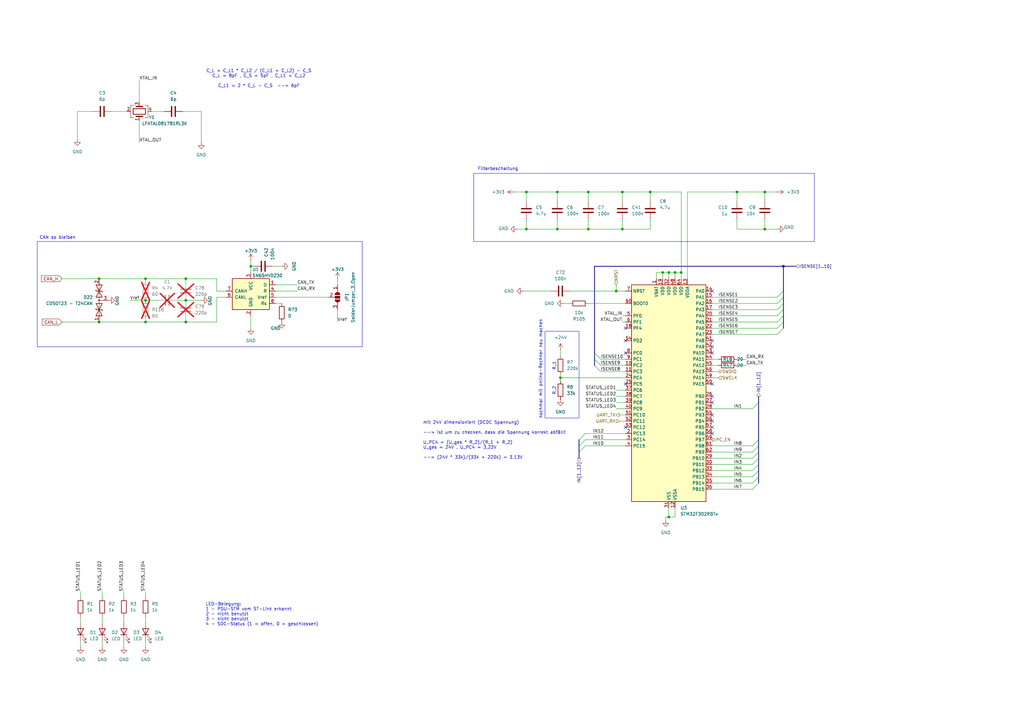
<source format=kicad_sch>
(kicad_sch
	(version 20231120)
	(generator "eeschema")
	(generator_version "8.0")
	(uuid "aa933140-9f4b-4735-968c-43a62bfa3dd4")
	(paper "A3")
	(title_block
		(title "PDU FT25")
		(date "2024-11-18")
		(rev "V1.0")
		(company "Janek Herm")
		(comment 1 "FaSTTUBe Electronics")
	)
	
	(junction
		(at 215.9 78.74)
		(diameter 0)
		(color 0 0 0 0)
		(uuid "1c1561dd-db1e-4379-88cb-32c62072201a")
	)
	(junction
		(at 40.64 114.3)
		(diameter 0)
		(color 0 0 0 0)
		(uuid "24200dc3-0fe0-44bc-8130-ae619484c55d")
	)
	(junction
		(at 76.2 114.3)
		(diameter 0)
		(color 0 0 0 0)
		(uuid "2909134b-3d57-4d2d-930f-c2f46d76c54e")
	)
	(junction
		(at 76.2 132.08)
		(diameter 0)
		(color 0 0 0 0)
		(uuid "32bc5ba3-b62b-42dc-82e3-cb95cb6a2278")
	)
	(junction
		(at 321.31 109.22)
		(diameter 0)
		(color 0 0 0 0)
		(uuid "336ecfe3-4b6c-4c03-ad58-6e9f8ed49a93")
	)
	(junction
		(at 59.69 123.19)
		(diameter 0)
		(color 0 0 0 0)
		(uuid "470305e6-4469-423b-a0b1-e2953ae99fd0")
	)
	(junction
		(at 274.32 212.09)
		(diameter 0)
		(color 0 0 0 0)
		(uuid "4a042d06-5575-481b-9363-db3682fcd0d8")
	)
	(junction
		(at 276.86 111.76)
		(diameter 0)
		(color 0 0 0 0)
		(uuid "4a5d67a8-f458-4ca3-8b92-21a112e0f4b4")
	)
	(junction
		(at 313.69 93.98)
		(diameter 0)
		(color 0 0 0 0)
		(uuid "60d16c02-84b1-46a4-a9a4-92263b8dcb49")
	)
	(junction
		(at 241.3 78.74)
		(diameter 0)
		(color 0 0 0 0)
		(uuid "67916b88-e6d0-4b5a-9f27-3bf6035e0635")
	)
	(junction
		(at 215.9 93.98)
		(diameter 0)
		(color 0 0 0 0)
		(uuid "7b12ecee-0c67-4465-8158-f60ce921a82f")
	)
	(junction
		(at 302.26 78.74)
		(diameter 0)
		(color 0 0 0 0)
		(uuid "8065c336-233f-4333-8fb9-b0cf210d8d84")
	)
	(junction
		(at 228.6 78.74)
		(diameter 0)
		(color 0 0 0 0)
		(uuid "81124fb1-9228-4404-b2ec-46da02e0191c")
	)
	(junction
		(at 279.4 111.76)
		(diameter 0)
		(color 0 0 0 0)
		(uuid "92181147-f6d9-4a30-9e52-285e8f653835")
	)
	(junction
		(at 59.69 114.3)
		(diameter 0)
		(color 0 0 0 0)
		(uuid "952a4c72-7ac6-4c90-b284-d228a11ad936")
	)
	(junction
		(at 271.78 111.76)
		(diameter 0)
		(color 0 0 0 0)
		(uuid "9d39e635-6ccb-4356-8a35-e6683e33abc6")
	)
	(junction
		(at 241.3 93.98)
		(diameter 0)
		(color 0 0 0 0)
		(uuid "a024b72b-5e3f-46fb-a2e4-a5878e8a88f4")
	)
	(junction
		(at 229.87 154.94)
		(diameter 0)
		(color 0 0 0 0)
		(uuid "aaccc812-c088-498a-befd-eb96b122b5fd")
	)
	(junction
		(at 252.73 119.38)
		(diameter 0)
		(color 0 0 0 0)
		(uuid "bb8bbc0e-59ca-4c70-96e1-574d2a709031")
	)
	(junction
		(at 266.7 78.74)
		(diameter 0)
		(color 0 0 0 0)
		(uuid "c3804580-880e-42ec-9ac0-0d99145ce20d")
	)
	(junction
		(at 228.6 93.98)
		(diameter 0)
		(color 0 0 0 0)
		(uuid "cb8dda75-074d-4c4c-adc1-368befa4d039")
	)
	(junction
		(at 102.87 109.22)
		(diameter 0)
		(color 0 0 0 0)
		(uuid "e2d03ef5-6f0d-42ac-b206-09a65441fc7c")
	)
	(junction
		(at 59.69 132.08)
		(diameter 0)
		(color 0 0 0 0)
		(uuid "e3bee0d1-ee56-45a2-b990-12f34ff6079d")
	)
	(junction
		(at 40.64 132.08)
		(diameter 0)
		(color 0 0 0 0)
		(uuid "ecb153c6-64f7-4e6d-ba7e-f8d1a568d9ab")
	)
	(junction
		(at 76.2 123.19)
		(diameter 0)
		(color 0 0 0 0)
		(uuid "effeb44b-6653-4665-8798-a89e5d31ce18")
	)
	(junction
		(at 313.69 78.74)
		(diameter 0)
		(color 0 0 0 0)
		(uuid "f3432773-749d-40c3-8aa7-240cc93fb599")
	)
	(junction
		(at 274.32 111.76)
		(diameter 0)
		(color 0 0 0 0)
		(uuid "f5034439-030d-403b-8d95-4d009b618e77")
	)
	(junction
		(at 255.27 93.98)
		(diameter 0)
		(color 0 0 0 0)
		(uuid "f79ecdf7-8915-4abb-bd2a-27ce32ad523f")
	)
	(junction
		(at 255.27 78.74)
		(diameter 0)
		(color 0 0 0 0)
		(uuid "fc270b45-755a-4224-a4f1-a9ea4d6490f5")
	)
	(no_connect
		(at 292.1 139.7)
		(uuid "075be4a6-f93d-4ab9-bd89-dc240df4e00e")
	)
	(no_connect
		(at 292.1 175.26)
		(uuid "0e402498-1ec7-4e50-bcc0-9ff038dc97d5")
	)
	(no_connect
		(at 292.1 119.38)
		(uuid "1c736ce9-59d9-4e87-89c9-ae97363ce32b")
	)
	(no_connect
		(at 292.1 144.78)
		(uuid "3c312b4f-fa58-492d-8a28-9962baf598ef")
	)
	(no_connect
		(at 256.54 175.26)
		(uuid "3d18cbec-9d6d-4b25-acd5-d8fdd5b8b0be")
	)
	(no_connect
		(at 292.1 162.56)
		(uuid "410ed741-d2ca-4fcf-b642-3161f8bacc81")
	)
	(no_connect
		(at 256.54 139.7)
		(uuid "4865fe96-237f-418e-93a3-2eaf2c765084")
	)
	(no_connect
		(at 292.1 142.24)
		(uuid "510c8434-b139-4ac7-9ea5-f6153de72f0d")
	)
	(no_connect
		(at 292.1 177.8)
		(uuid "69290241-9eae-4883-905d-50e44bfcf25b")
	)
	(no_connect
		(at 256.54 144.78)
		(uuid "6f3d28e0-2dd5-4cfd-b78a-947982f01cbb")
	)
	(no_connect
		(at 292.1 157.48)
		(uuid "7ccaf6ea-fbd6-4f77-aea7-dcfd65f6122d")
	)
	(no_connect
		(at 256.54 157.48)
		(uuid "969aafdd-ff23-44c3-be52-b64f08887ca4")
	)
	(no_connect
		(at 256.54 134.62)
		(uuid "99e63ff9-177b-4543-b70d-778349a2a25f")
	)
	(no_connect
		(at 292.1 172.72)
		(uuid "af28ca33-6fae-440e-8467-d8e50d2753e5")
	)
	(no_connect
		(at 292.1 170.18)
		(uuid "e39f14bf-0c61-442d-ba06-1e9c8d8b75ee")
	)
	(no_connect
		(at 292.1 165.1)
		(uuid "ebf0581a-dc12-4e31-b4c0-6e2f8a679616")
	)
	(bus_entry
		(at 318.77 124.46)
		(size 2.54 -2.54)
		(stroke
			(width 0)
			(type default)
		)
		(uuid "0f44c7bf-42fb-4027-bf20-709ad1aa704a")
	)
	(bus_entry
		(at 308.61 193.04)
		(size 2.54 -2.54)
		(stroke
			(width 0)
			(type default)
		)
		(uuid "1a8c4578-18d3-4d5b-9d91-abbaf03e9138")
	)
	(bus_entry
		(at 318.77 132.08)
		(size 2.54 -2.54)
		(stroke
			(width 0)
			(type default)
		)
		(uuid "3746bdc5-d4d0-444e-a59d-ea02833a6a65")
	)
	(bus_entry
		(at 318.77 121.92)
		(size 2.54 -2.54)
		(stroke
			(width 0)
			(type default)
		)
		(uuid "3945f06b-623d-49c3-983b-f40b5edec678")
	)
	(bus_entry
		(at 318.77 137.16)
		(size 2.54 -2.54)
		(stroke
			(width 0)
			(type default)
		)
		(uuid "3ff9cecd-8190-4579-b1d8-07f660d68860")
	)
	(bus_entry
		(at 308.61 167.64)
		(size 2.54 -2.54)
		(stroke
			(width 0)
			(type default)
		)
		(uuid "4957f270-e681-45e8-a176-90f5101326f9")
	)
	(bus_entry
		(at 318.77 127)
		(size 2.54 -2.54)
		(stroke
			(width 0)
			(type default)
		)
		(uuid "4c8b6feb-847b-42b4-8753-f006923bda77")
	)
	(bus_entry
		(at 240.03 182.88)
		(size -2.54 2.54)
		(stroke
			(width 0)
			(type default)
		)
		(uuid "52c108e7-42d8-40ea-9646-fd41e1b7635a")
	)
	(bus_entry
		(at 308.61 182.88)
		(size 2.54 -2.54)
		(stroke
			(width 0)
			(type default)
		)
		(uuid "56b096de-f889-42c6-a376-cc718212d028")
	)
	(bus_entry
		(at 308.61 190.5)
		(size 2.54 -2.54)
		(stroke
			(width 0)
			(type default)
		)
		(uuid "579023c9-aee9-4289-bcef-52162fcd86e4")
	)
	(bus_entry
		(at 240.03 177.8)
		(size -2.54 2.54)
		(stroke
			(width 0)
			(type default)
		)
		(uuid "5a9829a9-2752-40b1-90db-78e699e955aa")
	)
	(bus_entry
		(at 246.38 149.86)
		(size -2.54 -2.54)
		(stroke
			(width 0)
			(type default)
		)
		(uuid "64135b90-3a0c-4804-9fde-547c8272c55d")
	)
	(bus_entry
		(at 246.38 147.32)
		(size -2.54 -2.54)
		(stroke
			(width 0)
			(type default)
		)
		(uuid "6719ffa9-6a4f-44fe-8a9a-c324cb13ff44")
	)
	(bus_entry
		(at 240.03 180.34)
		(size -2.54 2.54)
		(stroke
			(width 0)
			(type default)
		)
		(uuid "6d55b9a8-3776-4f25-929e-c56e410e4a49")
	)
	(bus_entry
		(at 246.38 152.4)
		(size -2.54 -2.54)
		(stroke
			(width 0)
			(type default)
		)
		(uuid "7ed18590-037b-413d-a1f3-a02291ce0ea9")
	)
	(bus_entry
		(at 308.61 198.12)
		(size 2.54 -2.54)
		(stroke
			(width 0)
			(type default)
		)
		(uuid "808fcb53-b6eb-4126-b4a3-839040796060")
	)
	(bus_entry
		(at 308.61 187.96)
		(size 2.54 -2.54)
		(stroke
			(width 0)
			(type default)
		)
		(uuid "90d7f3a5-58af-4177-955c-92363bd0700d")
	)
	(bus_entry
		(at 308.61 200.66)
		(size 2.54 -2.54)
		(stroke
			(width 0)
			(type default)
		)
		(uuid "96e2509f-440b-4476-a949-5afab6fe1157")
	)
	(bus_entry
		(at 318.77 129.54)
		(size 2.54 -2.54)
		(stroke
			(width 0)
			(type default)
		)
		(uuid "b0a68681-9431-48bb-8eb2-62215f344ead")
	)
	(bus_entry
		(at 318.77 134.62)
		(size 2.54 -2.54)
		(stroke
			(width 0)
			(type default)
		)
		(uuid "ea1a9b47-f76d-4abc-b8f5-fd23807434c3")
	)
	(bus_entry
		(at 308.61 195.58)
		(size 2.54 -2.54)
		(stroke
			(width 0)
			(type default)
		)
		(uuid "f601e2f6-d62a-4439-b759-53677e622b58")
	)
	(bus_entry
		(at 308.61 185.42)
		(size 2.54 -2.54)
		(stroke
			(width 0)
			(type default)
		)
		(uuid "fb76438c-e197-4f72-9ef1-1130912a6e42")
	)
	(wire
		(pts
			(xy 255.27 93.98) (xy 266.7 93.98)
		)
		(stroke
			(width 0)
			(type default)
		)
		(uuid "04342634-bf56-4170-94fb-99898055f07c")
	)
	(wire
		(pts
			(xy 102.87 109.22) (xy 104.14 109.22)
		)
		(stroke
			(width 0)
			(type default)
		)
		(uuid "04624f39-4f16-4cd8-945f-0c0f280b88d6")
	)
	(wire
		(pts
			(xy 92.71 119.38) (xy 88.9 119.38)
		)
		(stroke
			(width 0)
			(type default)
		)
		(uuid "04ce5f16-006c-484e-9448-6f35bc303ded")
	)
	(wire
		(pts
			(xy 274.32 114.3) (xy 274.32 111.76)
		)
		(stroke
			(width 0)
			(type default)
		)
		(uuid "0635cc89-ab21-411b-b2fb-734cbbdf8e6c")
	)
	(wire
		(pts
			(xy 53.34 123.19) (xy 59.69 123.19)
		)
		(stroke
			(width 0)
			(type default)
		)
		(uuid "067e1c89-22ea-4cd0-ac58-970449aa4157")
	)
	(wire
		(pts
			(xy 241.3 93.98) (xy 255.27 93.98)
		)
		(stroke
			(width 0)
			(type default)
		)
		(uuid "06cd50e4-a84d-4173-93ad-9c195c5ec8b1")
	)
	(wire
		(pts
			(xy 113.03 119.38) (xy 121.92 119.38)
		)
		(stroke
			(width 0)
			(type default)
		)
		(uuid "07d36fce-b92d-4ebb-924c-b0c58b3ef7ca")
	)
	(wire
		(pts
			(xy 229.87 154.94) (xy 256.54 154.94)
		)
		(stroke
			(width 0)
			(type default)
		)
		(uuid "08e5a2d8-f52d-4e51-88ae-1aa4173a3966")
	)
	(wire
		(pts
			(xy 302.26 149.86) (xy 306.07 149.86)
		)
		(stroke
			(width 0)
			(type default)
		)
		(uuid "09722ccd-1166-497f-a94c-e44e9be372b5")
	)
	(wire
		(pts
			(xy 269.24 111.76) (xy 271.78 111.76)
		)
		(stroke
			(width 0)
			(type default)
		)
		(uuid "0ad49cbe-2a59-4aad-8360-58993f3de25e")
	)
	(wire
		(pts
			(xy 50.8 242.57) (xy 50.8 245.11)
		)
		(stroke
			(width 0)
			(type default)
		)
		(uuid "0bf4fa6e-f353-4c5b-89b0-744fdf8daf9d")
	)
	(wire
		(pts
			(xy 59.69 114.3) (xy 59.69 115.57)
		)
		(stroke
			(width 0)
			(type default)
		)
		(uuid "0ea186d4-0575-4211-a5c2-c47d1a397213")
	)
	(bus
		(pts
			(xy 237.49 180.34) (xy 237.49 182.88)
		)
		(stroke
			(width 0)
			(type default)
		)
		(uuid "11f67c83-3ffd-46d0-aec1-8c99a833f6e3")
	)
	(wire
		(pts
			(xy 215.9 93.98) (xy 228.6 93.98)
		)
		(stroke
			(width 0)
			(type default)
		)
		(uuid "1231f68a-96d2-44b7-8d3c-b74c91867cc1")
	)
	(wire
		(pts
			(xy 59.69 130.81) (xy 59.69 132.08)
		)
		(stroke
			(width 0)
			(type default)
		)
		(uuid "129613d9-101d-4f0c-8d4a-a64ce9206fbe")
	)
	(wire
		(pts
			(xy 228.6 78.74) (xy 241.3 78.74)
		)
		(stroke
			(width 0)
			(type default)
		)
		(uuid "1351a6f2-d547-4c92-a7bd-fc66aa2b7b1c")
	)
	(wire
		(pts
			(xy 40.64 114.3) (xy 59.69 114.3)
		)
		(stroke
			(width 0)
			(type default)
		)
		(uuid "13ff90a7-64c3-4c39-bfde-af322b8ef136")
	)
	(wire
		(pts
			(xy 113.03 124.46) (xy 115.57 124.46)
		)
		(stroke
			(width 0)
			(type default)
		)
		(uuid "14f3c7a6-d742-4322-bb88-1c8b862b32bd")
	)
	(wire
		(pts
			(xy 292.1 134.62) (xy 318.77 134.62)
		)
		(stroke
			(width 0)
			(type default)
		)
		(uuid "1563780a-b8ea-48ce-ab08-85a32f8ef187")
	)
	(wire
		(pts
			(xy 57.15 33.02) (xy 57.15 41.91)
		)
		(stroke
			(width 0)
			(type default)
		)
		(uuid "156a91e1-7575-43e4-ad21-502973462c11")
	)
	(wire
		(pts
			(xy 256.54 172.72) (xy 254 172.72)
		)
		(stroke
			(width 0)
			(type default)
		)
		(uuid "1835392a-44c0-4c7c-aba2-4aae14bcc355")
	)
	(wire
		(pts
			(xy 33.02 262.89) (xy 33.02 265.43)
		)
		(stroke
			(width 0)
			(type default)
		)
		(uuid "1f718422-99da-4137-9d23-e032c03b928c")
	)
	(wire
		(pts
			(xy 59.69 132.08) (xy 76.2 132.08)
		)
		(stroke
			(width 0)
			(type default)
		)
		(uuid "20098200-20b7-498b-9c5a-1c253e7e5f5b")
	)
	(bus
		(pts
			(xy 321.31 119.38) (xy 321.31 121.92)
		)
		(stroke
			(width 0)
			(type default)
		)
		(uuid "2251dd67-3d1a-45bd-95a7-174c40e8a15b")
	)
	(wire
		(pts
			(xy 67.31 45.72) (xy 62.23 45.72)
		)
		(stroke
			(width 0)
			(type default)
		)
		(uuid "237a38f9-6614-4bbc-b48b-aa6c4183ece0")
	)
	(wire
		(pts
			(xy 102.87 106.68) (xy 102.87 109.22)
		)
		(stroke
			(width 0)
			(type default)
		)
		(uuid "253308ce-4f34-45f1-a309-15a60f1e19ef")
	)
	(bus
		(pts
			(xy 311.15 180.34) (xy 311.15 182.88)
		)
		(stroke
			(width 0)
			(type default)
		)
		(uuid "25755da5-b2ff-4cff-8bc2-24cd8eade220")
	)
	(bus
		(pts
			(xy 321.31 124.46) (xy 321.31 127)
		)
		(stroke
			(width 0)
			(type default)
		)
		(uuid "262d263f-f433-4679-862b-308035de0a2b")
	)
	(wire
		(pts
			(xy 59.69 252.73) (xy 59.69 255.27)
		)
		(stroke
			(width 0)
			(type default)
		)
		(uuid "2740f0c3-f83d-4a43-bd16-79351b38078c")
	)
	(wire
		(pts
			(xy 25.4 132.08) (xy 40.64 132.08)
		)
		(stroke
			(width 0)
			(type default)
		)
		(uuid "274e5ee3-d781-4532-b53c-05387a81ff92")
	)
	(wire
		(pts
			(xy 292.1 167.64) (xy 308.61 167.64)
		)
		(stroke
			(width 0)
			(type default)
		)
		(uuid "2887116b-bea2-468f-885b-5166edebab89")
	)
	(wire
		(pts
			(xy 50.8 262.89) (xy 50.8 265.43)
		)
		(stroke
			(width 0)
			(type default)
		)
		(uuid "28936ae9-31fb-4684-bfc2-88bef813e60a")
	)
	(wire
		(pts
			(xy 76.2 130.81) (xy 76.2 132.08)
		)
		(stroke
			(width 0)
			(type default)
		)
		(uuid "2c36341c-e8ad-4c3f-828b-51d06c455951")
	)
	(wire
		(pts
			(xy 273.05 212.09) (xy 273.05 213.36)
		)
		(stroke
			(width 0)
			(type default)
		)
		(uuid "2e6a84cd-4428-4a5b-8eac-d5d5a9e09196")
	)
	(wire
		(pts
			(xy 241.3 93.98) (xy 228.6 93.98)
		)
		(stroke
			(width 0)
			(type default)
		)
		(uuid "30049d16-312a-40c3-b4e3-d52ec94734e7")
	)
	(bus
		(pts
			(xy 311.15 195.58) (xy 311.15 198.12)
		)
		(stroke
			(width 0)
			(type default)
		)
		(uuid "309f5f35-3328-4fa8-b4c3-460525690a03")
	)
	(wire
		(pts
			(xy 40.64 132.08) (xy 59.69 132.08)
		)
		(stroke
			(width 0)
			(type default)
		)
		(uuid "30aaf3a0-4d2c-4c09-8330-c952bee69405")
	)
	(wire
		(pts
			(xy 292.1 121.92) (xy 318.77 121.92)
		)
		(stroke
			(width 0)
			(type default)
		)
		(uuid "31d32d8b-498b-4e2e-a65c-ff11263582c5")
	)
	(wire
		(pts
			(xy 41.91 252.73) (xy 41.91 255.27)
		)
		(stroke
			(width 0)
			(type default)
		)
		(uuid "32628a75-8d02-49b9-a096-e93c65272c78")
	)
	(wire
		(pts
			(xy 229.87 146.05) (xy 229.87 143.51)
		)
		(stroke
			(width 0)
			(type default)
		)
		(uuid "336dd7a3-3351-448e-a2f7-0a868d778216")
	)
	(bus
		(pts
			(xy 243.84 144.78) (xy 243.84 147.32)
		)
		(stroke
			(width 0)
			(type default)
		)
		(uuid "33f73685-2792-44e9-b5b0-05bbf7fcddaf")
	)
	(bus
		(pts
			(xy 321.31 109.22) (xy 321.31 119.38)
		)
		(stroke
			(width 0)
			(type default)
		)
		(uuid "35dec71b-26c6-47fc-8b49-5e8e283a85f2")
	)
	(wire
		(pts
			(xy 45.72 45.72) (xy 52.07 45.72)
		)
		(stroke
			(width 0)
			(type default)
		)
		(uuid "36c25c5f-bef6-4b8d-872a-cb5f3de296cf")
	)
	(wire
		(pts
			(xy 246.38 149.86) (xy 256.54 149.86)
		)
		(stroke
			(width 0)
			(type default)
		)
		(uuid "374ea217-4be8-4b55-9567-a3387401ee1c")
	)
	(wire
		(pts
			(xy 318.77 93.98) (xy 313.69 93.98)
		)
		(stroke
			(width 0)
			(type default)
		)
		(uuid "380ed02c-02ec-493d-8e7a-a4d524cb20de")
	)
	(wire
		(pts
			(xy 292.1 187.96) (xy 308.61 187.96)
		)
		(stroke
			(width 0)
			(type default)
		)
		(uuid "3a208043-40df-48e3-96d8-2487d26fc72c")
	)
	(wire
		(pts
			(xy 212.09 93.98) (xy 215.9 93.98)
		)
		(stroke
			(width 0)
			(type default)
		)
		(uuid "3ad73296-22dc-403c-848b-592e5ee820e8")
	)
	(wire
		(pts
			(xy 256.54 167.64) (xy 252.73 167.64)
		)
		(stroke
			(width 0)
			(type default)
		)
		(uuid "3bf0defa-f434-4da3-9852-926b797769df")
	)
	(wire
		(pts
			(xy 281.94 78.74) (xy 302.26 78.74)
		)
		(stroke
			(width 0)
			(type default)
		)
		(uuid "3cf2ceea-35e9-4eb7-a160-b660911651bb")
	)
	(wire
		(pts
			(xy 292.1 182.88) (xy 308.61 182.88)
		)
		(stroke
			(width 0)
			(type default)
		)
		(uuid "3e4b90b5-23af-4990-a30f-addd83c93519")
	)
	(wire
		(pts
			(xy 256.54 180.34) (xy 240.03 180.34)
		)
		(stroke
			(width 0)
			(type default)
		)
		(uuid "3f3265f9-c18a-4c90-9076-96d9d1762ce8")
	)
	(wire
		(pts
			(xy 279.4 111.76) (xy 279.4 78.74)
		)
		(stroke
			(width 0)
			(type default)
		)
		(uuid "3fbf1dcd-d369-4d97-86e5-0d64166f1695")
	)
	(wire
		(pts
			(xy 92.71 121.92) (xy 88.9 121.92)
		)
		(stroke
			(width 0)
			(type default)
		)
		(uuid "433a9bd0-c4d3-45af-9bb9-a8a1648b5d0a")
	)
	(wire
		(pts
			(xy 25.4 114.3) (xy 40.64 114.3)
		)
		(stroke
			(width 0)
			(type default)
		)
		(uuid "4412c598-e00c-403a-a5e8-1df1ebe79e2c")
	)
	(bus
		(pts
			(xy 321.31 127) (xy 321.31 129.54)
		)
		(stroke
			(width 0)
			(type default)
		)
		(uuid "446d3b8a-b184-43ef-a483-c9827ee7e5e8")
	)
	(wire
		(pts
			(xy 255.27 78.74) (xy 266.7 78.74)
		)
		(stroke
			(width 0)
			(type default)
		)
		(uuid "44b7664b-4334-4003-b151-630ab004c928")
	)
	(wire
		(pts
			(xy 115.57 109.22) (xy 111.76 109.22)
		)
		(stroke
			(width 0)
			(type default)
		)
		(uuid "488018a1-c63c-4e72-9bd5-1976cce0172a")
	)
	(wire
		(pts
			(xy 276.86 114.3) (xy 276.86 111.76)
		)
		(stroke
			(width 0)
			(type default)
		)
		(uuid "4a81f28c-0a6a-4076-8b7b-e8bba29c0ade")
	)
	(wire
		(pts
			(xy 241.3 90.17) (xy 241.3 93.98)
		)
		(stroke
			(width 0)
			(type default)
		)
		(uuid "4b690891-d34d-4a2c-b54b-a2bcf5e0cc9f")
	)
	(bus
		(pts
			(xy 243.84 109.22) (xy 243.84 144.78)
		)
		(stroke
			(width 0)
			(type default)
		)
		(uuid "4ba8ccba-e453-4230-9b0a-2d1e0788caac")
	)
	(wire
		(pts
			(xy 59.69 123.19) (xy 64.77 123.19)
		)
		(stroke
			(width 0)
			(type default)
		)
		(uuid "4bd024fb-1685-452e-a6bf-c127e24ffee7")
	)
	(wire
		(pts
			(xy 256.54 162.56) (xy 252.73 162.56)
		)
		(stroke
			(width 0)
			(type default)
		)
		(uuid "4d686276-809a-44e4-b3e6-33295a39cb5e")
	)
	(wire
		(pts
			(xy 292.1 124.46) (xy 318.77 124.46)
		)
		(stroke
			(width 0)
			(type default)
		)
		(uuid "51c6b7a0-c71a-4d20-abba-9f1e5de5eaa8")
	)
	(wire
		(pts
			(xy 256.54 170.18) (xy 254 170.18)
		)
		(stroke
			(width 0)
			(type default)
		)
		(uuid "5207cf23-6b89-48ca-94f2-bc37a24192fc")
	)
	(wire
		(pts
			(xy 241.3 124.46) (xy 256.54 124.46)
		)
		(stroke
			(width 0)
			(type default)
		)
		(uuid "5457882c-466e-435a-a493-eb45347e573f")
	)
	(wire
		(pts
			(xy 229.87 153.67) (xy 229.87 154.94)
		)
		(stroke
			(width 0)
			(type default)
		)
		(uuid "5594d980-1253-4a7d-8f92-fa49c6434d84")
	)
	(wire
		(pts
			(xy 266.7 82.55) (xy 266.7 78.74)
		)
		(stroke
			(width 0)
			(type default)
		)
		(uuid "5762d99e-3126-4890-9607-31256a488ae7")
	)
	(wire
		(pts
			(xy 292.1 193.04) (xy 308.61 193.04)
		)
		(stroke
			(width 0)
			(type default)
		)
		(uuid "57c4bab5-a989-445b-aaad-9f7fb046ca6b")
	)
	(wire
		(pts
			(xy 215.9 78.74) (xy 228.6 78.74)
		)
		(stroke
			(width 0)
			(type default)
		)
		(uuid "592440ee-12c4-4be4-984c-ce759230f308")
	)
	(wire
		(pts
			(xy 59.69 262.89) (xy 59.69 265.43)
		)
		(stroke
			(width 0)
			(type default)
		)
		(uuid "5f62b9cb-f925-42dd-b6a9-48a94ff318f6")
	)
	(wire
		(pts
			(xy 274.32 212.09) (xy 273.05 212.09)
		)
		(stroke
			(width 0)
			(type default)
		)
		(uuid "5fa66723-a87b-4fd8-a7ed-6a6ee875c26b")
	)
	(bus
		(pts
			(xy 311.15 187.96) (xy 311.15 190.5)
		)
		(stroke
			(width 0)
			(type default)
		)
		(uuid "61312873-5fe1-42fd-9fb3-f775d083cf32")
	)
	(bus
		(pts
			(xy 321.31 129.54) (xy 321.31 132.08)
		)
		(stroke
			(width 0)
			(type default)
		)
		(uuid "63056bca-8aa2-4c61-9c04-4ba2d5dd7eae")
	)
	(wire
		(pts
			(xy 294.64 147.32) (xy 292.1 147.32)
		)
		(stroke
			(width 0)
			(type default)
		)
		(uuid "640e7ef2-ac50-4a3d-b491-720fc4ede5e4")
	)
	(wire
		(pts
			(xy 241.3 78.74) (xy 255.27 78.74)
		)
		(stroke
			(width 0)
			(type default)
		)
		(uuid "66b9af82-6c1b-407a-b830-0a7aa102153f")
	)
	(wire
		(pts
			(xy 82.55 58.42) (xy 82.55 45.72)
		)
		(stroke
			(width 0)
			(type default)
		)
		(uuid "6760abfc-8efe-43dd-b4af-004d7b033428")
	)
	(wire
		(pts
			(xy 292.1 185.42) (xy 308.61 185.42)
		)
		(stroke
			(width 0)
			(type default)
		)
		(uuid "6b3f2e83-c285-4a0e-812a-970aa35eb8f3")
	)
	(wire
		(pts
			(xy 256.54 165.1) (xy 252.73 165.1)
		)
		(stroke
			(width 0)
			(type default)
		)
		(uuid "6c1e18e5-29de-4d47-831a-a5fba3321085")
	)
	(wire
		(pts
			(xy 252.73 116.84) (xy 252.73 119.38)
		)
		(stroke
			(width 0)
			(type default)
		)
		(uuid "70625563-a097-4b0a-a81d-15bb826a1032")
	)
	(wire
		(pts
			(xy 292.1 200.66) (xy 308.61 200.66)
		)
		(stroke
			(width 0)
			(type default)
		)
		(uuid "78a1b69a-85ae-4515-a0a1-e32eb2d8856e")
	)
	(wire
		(pts
			(xy 276.86 212.09) (xy 274.32 212.09)
		)
		(stroke
			(width 0)
			(type default)
		)
		(uuid "7d3688bd-ee5d-46b9-bb87-c57b2f2ef841")
	)
	(wire
		(pts
			(xy 138.43 127) (xy 138.43 132.08)
		)
		(stroke
			(width 0)
			(type default)
		)
		(uuid "7e2d27f6-8dc6-4db9-a014-b25d12f38c27")
	)
	(wire
		(pts
			(xy 294.64 149.86) (xy 292.1 149.86)
		)
		(stroke
			(width 0)
			(type default)
		)
		(uuid "7e9898dd-c6fc-4604-8d67-25d9df0d3ea7")
	)
	(wire
		(pts
			(xy 292.1 195.58) (xy 308.61 195.58)
		)
		(stroke
			(width 0)
			(type default)
		)
		(uuid "7ef32392-76db-40d3-a157-49cf1b4ba958")
	)
	(wire
		(pts
			(xy 228.6 93.98) (xy 228.6 90.17)
		)
		(stroke
			(width 0)
			(type default)
		)
		(uuid "7f21f788-b78d-4607-b25e-c29c60fd01ee")
	)
	(wire
		(pts
			(xy 294.64 152.4) (xy 292.1 152.4)
		)
		(stroke
			(width 0)
			(type default)
		)
		(uuid "82290d4b-bd8c-4d11-86dd-8ccb4f10e26f")
	)
	(wire
		(pts
			(xy 33.02 252.73) (xy 33.02 255.27)
		)
		(stroke
			(width 0)
			(type default)
		)
		(uuid "83d840ed-51d0-4a2b-8c4b-8841ec896b9f")
	)
	(wire
		(pts
			(xy 256.54 160.02) (xy 252.73 160.02)
		)
		(stroke
			(width 0)
			(type default)
		)
		(uuid "84ae6afc-bf8f-4321-8fe0-1256ddb2d700")
	)
	(wire
		(pts
			(xy 255.27 129.54) (xy 256.54 129.54)
		)
		(stroke
			(width 0)
			(type default)
		)
		(uuid "84f07f24-75f3-4cc7-b54e-ff3a21911909")
	)
	(wire
		(pts
			(xy 274.32 208.28) (xy 274.32 212.09)
		)
		(stroke
			(width 0)
			(type default)
		)
		(uuid "8505f2cd-1e7f-4f98-99a1-831800ae8140")
	)
	(wire
		(pts
			(xy 113.03 121.92) (xy 134.62 121.92)
		)
		(stroke
			(width 0)
			(type default)
		)
		(uuid "85e8d5ff-9194-472a-81fe-81f1d2fb2bc7")
	)
	(wire
		(pts
			(xy 255.27 78.74) (xy 255.27 82.55)
		)
		(stroke
			(width 0)
			(type default)
		)
		(uuid "86594fa4-96ef-4b6b-9fb4-99fd99a23170")
	)
	(wire
		(pts
			(xy 274.32 111.76) (xy 276.86 111.76)
		)
		(stroke
			(width 0)
			(type default)
		)
		(uuid "87ddc8b3-f1a2-4d1c-91e8-606172ec47d6")
	)
	(wire
		(pts
			(xy 256.54 182.88) (xy 240.03 182.88)
		)
		(stroke
			(width 0)
			(type default)
		)
		(uuid "8ce71bf8-38df-41cb-ae3c-5807499f1b40")
	)
	(wire
		(pts
			(xy 256.54 119.38) (xy 252.73 119.38)
		)
		(stroke
			(width 0)
			(type default)
		)
		(uuid "8e0c6015-c75f-4b40-8b31-6060fd9d7bdd")
	)
	(wire
		(pts
			(xy 41.91 242.57) (xy 41.91 245.11)
		)
		(stroke
			(width 0)
			(type default)
		)
		(uuid "91ab24a6-f08a-4e60-9cc2-e845e9436609")
	)
	(bus
		(pts
			(xy 311.15 162.56) (xy 311.15 165.1)
		)
		(stroke
			(width 0)
			(type default)
		)
		(uuid "93730b2e-4109-4a4b-9032-d5067c2576f9")
	)
	(bus
		(pts
			(xy 311.15 182.88) (xy 311.15 185.42)
		)
		(stroke
			(width 0)
			(type default)
		)
		(uuid "93bb8650-5aae-410b-ba61-fa515d094bda")
	)
	(wire
		(pts
			(xy 226.06 119.38) (xy 214.63 119.38)
		)
		(stroke
			(width 0)
			(type default)
		)
		(uuid "94b6a333-fb37-4dc2-8f35-94c2a07b929a")
	)
	(bus
		(pts
			(xy 243.84 109.22) (xy 321.31 109.22)
		)
		(stroke
			(width 0)
			(type default)
		)
		(uuid "96952c6d-506e-454c-b2d9-0948ab51e964")
	)
	(wire
		(pts
			(xy 233.68 124.46) (xy 231.14 124.46)
		)
		(stroke
			(width 0)
			(type default)
		)
		(uuid "96ba8d5b-8e4b-4926-a927-662bccc2db00")
	)
	(wire
		(pts
			(xy 215.9 82.55) (xy 215.9 78.74)
		)
		(stroke
			(width 0)
			(type default)
		)
		(uuid "96ed4aeb-ca18-43ce-b3d5-e2beccf8b493")
	)
	(wire
		(pts
			(xy 302.26 78.74) (xy 302.26 82.55)
		)
		(stroke
			(width 0)
			(type default)
		)
		(uuid "978b63ba-a51c-4bcc-8f6e-ce7e09ee5e8e")
	)
	(wire
		(pts
			(xy 271.78 114.3) (xy 271.78 111.76)
		)
		(stroke
			(width 0)
			(type default)
		)
		(uuid "99e28d3a-df39-45d6-a487-b1ca5e388bc1")
	)
	(wire
		(pts
			(xy 302.26 90.17) (xy 302.26 93.98)
		)
		(stroke
			(width 0)
			(type default)
		)
		(uuid "9ba3c000-1f86-40f5-930e-17a4b93a145a")
	)
	(wire
		(pts
			(xy 276.86 208.28) (xy 276.86 212.09)
		)
		(stroke
			(width 0)
			(type default)
		)
		(uuid "9cc84406-31f7-4d0e-ad67-1f7cf798a249")
	)
	(bus
		(pts
			(xy 321.31 109.22) (xy 326.39 109.22)
		)
		(stroke
			(width 0)
			(type default)
		)
		(uuid "9ccbfe06-845b-49e2-82e7-bbf946473222")
	)
	(wire
		(pts
			(xy 57.15 49.53) (xy 57.15 58.42)
		)
		(stroke
			(width 0)
			(type default)
		)
		(uuid "a413a018-0767-4293-88dd-d3211b741500")
	)
	(wire
		(pts
			(xy 302.26 93.98) (xy 313.69 93.98)
		)
		(stroke
			(width 0)
			(type default)
		)
		(uuid "a43cec6a-d0ed-46b8-aba0-fb17da6a7b27")
	)
	(wire
		(pts
			(xy 292.1 127) (xy 318.77 127)
		)
		(stroke
			(width 0)
			(type default)
		)
		(uuid "a45559c4-5009-4967-bb41-f08a50315a24")
	)
	(bus
		(pts
			(xy 237.49 187.96) (xy 237.49 185.42)
		)
		(stroke
			(width 0)
			(type default)
		)
		(uuid "a59ccade-3e06-449f-8830-6835a95f7677")
	)
	(wire
		(pts
			(xy 292.1 190.5) (xy 308.61 190.5)
		)
		(stroke
			(width 0)
			(type default)
		)
		(uuid "a5ae0e91-8246-4a61-a617-896b3c268b2a")
	)
	(wire
		(pts
			(xy 313.69 90.17) (xy 313.69 93.98)
		)
		(stroke
			(width 0)
			(type default)
		)
		(uuid "a6b89ee7-afe8-418b-bf84-d68aeb398b0e")
	)
	(wire
		(pts
			(xy 281.94 78.74) (xy 281.94 114.3)
		)
		(stroke
			(width 0)
			(type default)
		)
		(uuid "a810b8d0-b173-40f9-a48d-d719fd48f49e")
	)
	(wire
		(pts
			(xy 241.3 78.74) (xy 241.3 82.55)
		)
		(stroke
			(width 0)
			(type default)
		)
		(uuid "a819c80f-747f-4919-8dfd-4e1fbe3e4983")
	)
	(wire
		(pts
			(xy 228.6 78.74) (xy 228.6 82.55)
		)
		(stroke
			(width 0)
			(type default)
		)
		(uuid "a8f2f973-3249-43a2-b027-2642782bdbb8")
	)
	(bus
		(pts
			(xy 243.84 147.32) (xy 243.84 149.86)
		)
		(stroke
			(width 0)
			(type default)
		)
		(uuid "ad1f7770-d867-4af5-aee1-86e6022744f6")
	)
	(wire
		(pts
			(xy 88.9 119.38) (xy 88.9 114.3)
		)
		(stroke
			(width 0)
			(type default)
		)
		(uuid "ad5145d6-835e-40ef-8320-271a0d601a4e")
	)
	(wire
		(pts
			(xy 33.02 242.57) (xy 33.02 245.11)
		)
		(stroke
			(width 0)
			(type default)
		)
		(uuid "ae829c98-bff4-4d8a-81b0-64763e4c104a")
	)
	(wire
		(pts
			(xy 246.38 152.4) (xy 256.54 152.4)
		)
		(stroke
			(width 0)
			(type default)
		)
		(uuid "aec3c96b-d324-4c83-b01c-f4470e85d085")
	)
	(bus
		(pts
			(xy 237.49 182.88) (xy 237.49 185.42)
		)
		(stroke
			(width 0)
			(type default)
		)
		(uuid "b06b1619-1c34-4cfd-8d33-f5e5d2709422")
	)
	(bus
		(pts
			(xy 311.15 165.1) (xy 311.15 180.34)
		)
		(stroke
			(width 0)
			(type default)
		)
		(uuid "b25f1883-7899-40e6-bea0-dda4b69bc806")
	)
	(wire
		(pts
			(xy 210.82 78.74) (xy 215.9 78.74)
		)
		(stroke
			(width 0)
			(type default)
		)
		(uuid "b2c18a8b-1856-404b-9568-1fbaa6d1aa7d")
	)
	(wire
		(pts
			(xy 276.86 111.76) (xy 279.4 111.76)
		)
		(stroke
			(width 0)
			(type default)
		)
		(uuid "b4d4436b-1e97-4b71-9d4a-efec7c2d29a0")
	)
	(wire
		(pts
			(xy 102.87 109.22) (xy 102.87 111.76)
		)
		(stroke
			(width 0)
			(type default)
		)
		(uuid "b59d0d87-af1c-44b8-8c95-246a18525198")
	)
	(wire
		(pts
			(xy 256.54 177.8) (xy 240.03 177.8)
		)
		(stroke
			(width 0)
			(type default)
		)
		(uuid "b694e302-39ae-4cec-8d85-dc68dfaa474a")
	)
	(wire
		(pts
			(xy 255.27 90.17) (xy 255.27 93.98)
		)
		(stroke
			(width 0)
			(type default)
		)
		(uuid "b8594858-a696-4f19-a9c8-df08777bfdd3")
	)
	(wire
		(pts
			(xy 294.64 154.94) (xy 292.1 154.94)
		)
		(stroke
			(width 0)
			(type default)
		)
		(uuid "bcdbbce2-e111-4dfe-b949-f0ee3b58496f")
	)
	(wire
		(pts
			(xy 76.2 132.08) (xy 88.9 132.08)
		)
		(stroke
			(width 0)
			(type default)
		)
		(uuid "c2a42c62-e28b-43a6-8bb2-0a1f119a0e38")
	)
	(bus
		(pts
			(xy 321.31 121.92) (xy 321.31 124.46)
		)
		(stroke
			(width 0)
			(type default)
		)
		(uuid "c2c8d552-f034-4449-a3de-dedf3aad8f00")
	)
	(bus
		(pts
			(xy 311.15 185.42) (xy 311.15 187.96)
		)
		(stroke
			(width 0)
			(type default)
		)
		(uuid "c3730845-2d4f-471a-bb2e-3a0063f81c2c")
	)
	(wire
		(pts
			(xy 102.87 129.54) (xy 102.87 134.62)
		)
		(stroke
			(width 0)
			(type default)
		)
		(uuid "c3ec0945-321b-4b30-9522-0c21319a5f80")
	)
	(wire
		(pts
			(xy 88.9 121.92) (xy 88.9 132.08)
		)
		(stroke
			(width 0)
			(type default)
		)
		(uuid "c52a96ec-fb68-468e-b3cf-c886bc8728ae")
	)
	(bus
		(pts
			(xy 311.15 190.5) (xy 311.15 193.04)
		)
		(stroke
			(width 0)
			(type default)
		)
		(uuid "c54ff8af-a779-43fb-af24-bb46950bcc09")
	)
	(wire
		(pts
			(xy 113.03 116.84) (xy 121.92 116.84)
		)
		(stroke
			(width 0)
			(type default)
		)
		(uuid "c7a522df-9734-4702-b512-256d9a6e5778")
	)
	(wire
		(pts
			(xy 76.2 123.19) (xy 82.55 123.19)
		)
		(stroke
			(width 0)
			(type default)
		)
		(uuid "ca4d6cf7-17c8-4b62-ac2f-e6ef1ddb6abb")
	)
	(bus
		(pts
			(xy 321.31 132.08) (xy 321.31 134.62)
		)
		(stroke
			(width 0)
			(type default)
		)
		(uuid "ca8cfe9e-87ec-4a19-8f30-49bfa4505870")
	)
	(wire
		(pts
			(xy 292.1 198.12) (xy 308.61 198.12)
		)
		(stroke
			(width 0)
			(type default)
		)
		(uuid "ccec9f19-5dc7-4e41-9e22-3ba7de88e290")
	)
	(wire
		(pts
			(xy 72.39 123.19) (xy 76.2 123.19)
		)
		(stroke
			(width 0)
			(type default)
		)
		(uuid "d04a6fcf-4cdd-4d4d-b903-0c17ec3c718e")
	)
	(wire
		(pts
			(xy 31.75 45.72) (xy 38.1 45.72)
		)
		(stroke
			(width 0)
			(type default)
		)
		(uuid "d2c50efd-053f-4e2b-ab6b-ceb56e1390a6")
	)
	(wire
		(pts
			(xy 266.7 78.74) (xy 279.4 78.74)
		)
		(stroke
			(width 0)
			(type default)
		)
		(uuid "d30aab13-07f2-4457-b84a-c61ebd85324c")
	)
	(wire
		(pts
			(xy 266.7 90.17) (xy 266.7 93.98)
		)
		(stroke
			(width 0)
			(type default)
		)
		(uuid "d336c2f7-fd3c-4fa0-a3b6-30f66270e0dd")
	)
	(wire
		(pts
			(xy 138.43 116.84) (xy 138.43 114.3)
		)
		(stroke
			(width 0)
			(type default)
		)
		(uuid "d62ecc64-c152-4b0a-85bf-14bc416033b4")
	)
	(wire
		(pts
			(xy 59.69 242.57) (xy 59.69 245.11)
		)
		(stroke
			(width 0)
			(type default)
		)
		(uuid "d7c8bd47-7b73-4ea8-b196-0d40bce9a89c")
	)
	(wire
		(pts
			(xy 313.69 82.55) (xy 313.69 78.74)
		)
		(stroke
			(width 0)
			(type default)
		)
		(uuid "d952bab0-653b-435c-8a2f-6393719cdfa6")
	)
	(wire
		(pts
			(xy 31.75 45.72) (xy 31.75 57.15)
		)
		(stroke
			(width 0)
			(type default)
		)
		(uuid "dbad8be3-21c0-4e36-a154-4beb3e5395a5")
	)
	(wire
		(pts
			(xy 292.1 129.54) (xy 318.77 129.54)
		)
		(stroke
			(width 0)
			(type default)
		)
		(uuid "dc7a3531-0422-497a-80c3-3ef7771970df")
	)
	(wire
		(pts
			(xy 302.26 147.32) (xy 306.07 147.32)
		)
		(stroke
			(width 0)
			(type default)
		)
		(uuid "ddac0376-e581-4f59-af0c-376284134561")
	)
	(wire
		(pts
			(xy 246.38 147.32) (xy 256.54 147.32)
		)
		(stroke
			(width 0)
			(type default)
		)
		(uuid "e056fb87-e356-4c5f-a2aa-ef1101f35093")
	)
	(wire
		(pts
			(xy 271.78 111.76) (xy 274.32 111.76)
		)
		(stroke
			(width 0)
			(type default)
		)
		(uuid "e1b392db-7931-4964-964f-68fe177d16d9")
	)
	(wire
		(pts
			(xy 302.26 78.74) (xy 313.69 78.74)
		)
		(stroke
			(width 0)
			(type default)
		)
		(uuid "e4c7bb4c-75bf-4ed2-b33c-57936b821a91")
	)
	(wire
		(pts
			(xy 255.27 132.08) (xy 256.54 132.08)
		)
		(stroke
			(width 0)
			(type default)
		)
		(uuid "e70d3f73-dbb7-4d50-9c00-19309e1069bb")
	)
	(wire
		(pts
			(xy 233.68 119.38) (xy 252.73 119.38)
		)
		(stroke
			(width 0)
			(type default)
		)
		(uuid "e9a09831-e135-4679-aecb-836db1843107")
	)
	(wire
		(pts
			(xy 318.77 78.74) (xy 313.69 78.74)
		)
		(stroke
			(width 0)
			(type default)
		)
		(uuid "ecfb946e-dee6-4e45-95fc-b5190899afab")
	)
	(wire
		(pts
			(xy 76.2 114.3) (xy 88.9 114.3)
		)
		(stroke
			(width 0)
			(type default)
		)
		(uuid "ed5581ec-24f0-4aee-86dc-8fa4679b5eb7")
	)
	(wire
		(pts
			(xy 59.69 114.3) (xy 76.2 114.3)
		)
		(stroke
			(width 0)
			(type default)
		)
		(uuid "ee9f27bc-a10a-47ba-a52b-a4e9281cde59")
	)
	(wire
		(pts
			(xy 229.87 156.21) (xy 229.87 154.94)
		)
		(stroke
			(width 0)
			(type default)
		)
		(uuid "efc60472-7e4b-42b7-b473-446bd5932cdd")
	)
	(wire
		(pts
			(xy 82.55 45.72) (xy 74.93 45.72)
		)
		(stroke
			(width 0)
			(type default)
		)
		(uuid "f195cfaf-288e-48b7-ae46-9f4bc63212db")
	)
	(wire
		(pts
			(xy 50.8 252.73) (xy 50.8 255.27)
		)
		(stroke
			(width 0)
			(type default)
		)
		(uuid "f2c9f626-81c7-42a3-ba84-e6e34aba2a73")
	)
	(wire
		(pts
			(xy 215.9 90.17) (xy 215.9 93.98)
		)
		(stroke
			(width 0)
			(type default)
		)
		(uuid "f8f11e7f-ddc0-4fe9-8460-b4625b615e14")
	)
	(bus
		(pts
			(xy 311.15 193.04) (xy 311.15 195.58)
		)
		(stroke
			(width 0)
			(type default)
		)
		(uuid "f9f6d47c-d436-48c3-84a7-f135566b17a6")
	)
	(wire
		(pts
			(xy 279.4 114.3) (xy 279.4 111.76)
		)
		(stroke
			(width 0)
			(type default)
		)
		(uuid "fa0fe15b-625c-4fcd-a37c-74e397977bdc")
	)
	(wire
		(pts
			(xy 269.24 114.3) (xy 269.24 111.76)
		)
		(stroke
			(width 0)
			(type default)
		)
		(uuid "fa6e5475-e914-4c66-8c18-c28d6966df60")
	)
	(wire
		(pts
			(xy 292.1 137.16) (xy 318.77 137.16)
		)
		(stroke
			(width 0)
			(type default)
		)
		(uuid "fb070b1a-fc87-466b-ab80-902a347329a6")
	)
	(wire
		(pts
			(xy 41.91 262.89) (xy 41.91 265.43)
		)
		(stroke
			(width 0)
			(type default)
		)
		(uuid "fcb11e3d-f594-41c3-9028-a34d2dfa2da1")
	)
	(wire
		(pts
			(xy 292.1 132.08) (xy 318.77 132.08)
		)
		(stroke
			(width 0)
			(type default)
		)
		(uuid "fd063ee6-d100-4124-856f-49d3dbfb70cc")
	)
	(wire
		(pts
			(xy 76.2 115.57) (xy 76.2 114.3)
		)
		(stroke
			(width 0)
			(type default)
		)
		(uuid "fdc82e97-42d6-4f95-a572-875294e7cd83")
	)
	(rectangle
		(start 15.24 99.06)
		(end 148.59 142.24)
		(stroke
			(width 0)
			(type default)
		)
		(fill
			(type none)
		)
		(uuid 30858d57-1cd2-4652-9a2a-71ae176ca307)
	)
	(rectangle
		(start 194.31 71.12)
		(end 334.01 99.06)
		(stroke
			(width 0)
			(type default)
		)
		(fill
			(type none)
		)
		(uuid 3681c90d-221f-46a9-accf-7ed7e4e2ed01)
	)
	(rectangle
		(start 223.52 135.89)
		(end 237.49 171.45)
		(stroke
			(width 0)
			(type default)
		)
		(fill
			(type none)
		)
		(uuid 848af244-80b1-4e0e-8425-e5409fe46a43)
	)
	(text "C_L = C_L1 * C_L2 / (C_L1 + C_L2) - C_S\nC_L = 8pF , C_S = 5pF , C_L1 = C_L2\n\nC_L1 = 2 * C_L - C_S  --> 6pF"
		(exclude_from_sim no)
		(at 106.172 32.258 0)
		(effects
			(font
				(size 1.27 1.27)
			)
		)
		(uuid "1a8b17d6-89bd-48cd-9901-ea195dcd40b5")
	)
	(text "mit 24V dimensioniert (DCDC Spannung)\n\n--> ist um zu checken, dass die Spannung korrekt abfällt\n\nU_PC4 = (U_ges * R_2)/(R_1 + R_2)\nU_ges = 24V , U_PC4 = 3,22V\n\n--> (24V * 33k)/(33k + 220k) = 3,13V "
		(exclude_from_sim no)
		(at 173.482 188.468 0)
		(effects
			(font
				(size 1.27 1.27)
			)
			(justify left bottom)
		)
		(uuid "367d726a-97e8-460e-bab0-87c8df58516c")
	)
	(text "nochmal mit online-Rechner neu machen"
		(exclude_from_sim no)
		(at 221.742 151.384 90)
		(effects
			(font
				(size 1.27 1.27)
			)
		)
		(uuid "37520355-1fd4-4c1f-8c23-c734efea14b0")
	)
	(text "R_2"
		(exclude_from_sim no)
		(at 227.33 160.274 90)
		(effects
			(font
				(size 1.27 1.27)
			)
		)
		(uuid "49d38a3b-7899-4149-b839-6eb50d96a227")
	)
	(text "LED-Belegung:\n1 - PDU-STM vom ST-Link erkannt\n2 - nicht benutzt\n3 - nicht benutzt\n4 - SDC-Status (1 = offen, 0 = geschlossen)"
		(exclude_from_sim no)
		(at 84.328 251.968 0)
		(effects
			(font
				(size 1.27 1.27)
			)
			(justify left)
		)
		(uuid "835b9fc7-013a-4810-82d1-557c1aa0c6b6")
	)
	(text "Filterbeschaltung"
		(exclude_from_sim no)
		(at 204.216 69.342 0)
		(effects
			(font
				(size 1.27 1.27)
				(thickness 0.1588)
			)
		)
		(uuid "9714d113-96a5-4f77-b0d7-d684f5bcbafd")
	)
	(text "R_1"
		(exclude_from_sim no)
		(at 227.33 150.114 90)
		(effects
			(font
				(size 1.27 1.27)
			)
		)
		(uuid "a17dee88-4112-4f2e-80be-c5b91ccc8de9")
	)
	(text "CAN so bleiben"
		(exclude_from_sim no)
		(at 23.622 97.536 0)
		(effects
			(font
				(size 1.27 1.27)
				(thickness 0.1588)
			)
		)
		(uuid "e9ee57ec-626f-42b3-8e6c-88928a6b9132")
	)
	(label "CAN_TX"
		(at 121.92 116.84 0)
		(fields_autoplaced yes)
		(effects
			(font
				(size 1.27 1.27)
			)
			(justify left bottom)
		)
		(uuid "0a4a85f7-6096-499c-b1c6-063823d9a123")
	)
	(label "ISENSE5"
		(at 294.64 132.08 0)
		(fields_autoplaced yes)
		(effects
			(font
				(size 1.27 1.27)
			)
			(justify left bottom)
		)
		(uuid "126ee22f-26ac-4cf3-bc03-97a317c5ce2c")
	)
	(label "ISENSE8"
		(at 246.38 152.4 0)
		(fields_autoplaced yes)
		(effects
			(font
				(size 1.27 1.27)
			)
			(justify left bottom)
		)
		(uuid "154df472-4d90-4f50-91f6-186fbc403218")
	)
	(label "IN10"
		(at 247.65 182.88 180)
		(fields_autoplaced yes)
		(effects
			(font
				(size 1.27 1.27)
			)
			(justify right bottom)
		)
		(uuid "2204e0a5-d9f1-431f-8775-629f5ad07f3b")
	)
	(label "STATUS_LED3"
		(at 50.8 242.57 90)
		(fields_autoplaced yes)
		(effects
			(font
				(size 1.27 1.27)
			)
			(justify left bottom)
		)
		(uuid "244b4271-67a7-4e0e-ae91-733b39936bcb")
	)
	(label "STATUS_LED2"
		(at 252.73 162.56 180)
		(fields_autoplaced yes)
		(effects
			(font
				(size 1.27 1.27)
			)
			(justify right bottom)
		)
		(uuid "24d54b28-0d06-4767-bc36-8dd8ba886bd2")
	)
	(label "ISENSE10"
		(at 246.38 147.32 0)
		(fields_autoplaced yes)
		(effects
			(font
				(size 1.27 1.27)
			)
			(justify left bottom)
		)
		(uuid "25f3d28f-e70b-49fb-b7af-006e32eb53a5")
	)
	(label "XTAL_IN"
		(at 255.27 129.54 180)
		(fields_autoplaced yes)
		(effects
			(font
				(size 1.27 1.27)
			)
			(justify right bottom)
		)
		(uuid "2700054e-68fa-495b-928c-9b79d0815b04")
	)
	(label "IN2"
		(at 300.99 187.96 0)
		(fields_autoplaced yes)
		(effects
			(font
				(size 1.27 1.27)
			)
			(justify left bottom)
		)
		(uuid "2fb05241-a1a2-48a8-b2a4-745e81b2402a")
	)
	(label "IN11"
		(at 247.65 180.34 180)
		(fields_autoplaced yes)
		(effects
			(font
				(size 1.27 1.27)
			)
			(justify right bottom)
		)
		(uuid "327e752d-5f59-49c4-a796-51bbd3da4a47")
	)
	(label "ISENSE9"
		(at 246.38 149.86 0)
		(fields_autoplaced yes)
		(effects
			(font
				(size 1.27 1.27)
			)
			(justify left bottom)
		)
		(uuid "4d425618-f1de-4447-85c6-4ad4ab1f287a")
	)
	(label "STATUS_LED4"
		(at 252.73 167.64 180)
		(fields_autoplaced yes)
		(effects
			(font
				(size 1.27 1.27)
			)
			(justify right bottom)
		)
		(uuid "53c0b140-216c-4cf2-a35c-3badaae31131")
	)
	(label "Vref"
		(at 138.43 132.08 0)
		(fields_autoplaced yes)
		(effects
			(font
				(size 1.27 1.27)
			)
			(justify left bottom)
		)
		(uuid "56641f54-fc43-4f46-af49-d6332e5c5487")
	)
	(label "IN3"
		(at 300.99 190.5 0)
		(fields_autoplaced yes)
		(effects
			(font
				(size 1.27 1.27)
			)
			(justify left bottom)
		)
		(uuid "57502eaf-54ac-4222-ace2-d313fa19c647")
	)
	(label "ISENSE7"
		(at 294.64 137.16 0)
		(fields_autoplaced yes)
		(effects
			(font
				(size 1.27 1.27)
			)
			(justify left bottom)
		)
		(uuid "5a98635b-fc9b-45c2-a770-8adbc8cd34a0")
	)
	(label "ISENSE3"
		(at 294.64 127 0)
		(fields_autoplaced yes)
		(effects
			(font
				(size 1.27 1.27)
			)
			(justify left bottom)
		)
		(uuid "5b6a7f15-9a2e-40a6-a98e-bbc1988b7c3a")
	)
	(label "IN1"
		(at 300.99 167.64 0)
		(fields_autoplaced yes)
		(effects
			(font
				(size 1.27 1.27)
			)
			(justify left bottom)
		)
		(uuid "66b91826-b772-452d-9134-7cc4374cea65")
	)
	(label "IN9"
		(at 300.99 185.42 0)
		(fields_autoplaced yes)
		(effects
			(font
				(size 1.27 1.27)
			)
			(justify left bottom)
		)
		(uuid "7bd42c32-4264-4950-804e-3de44e78aa5e")
	)
	(label "STATUS_LED1"
		(at 252.73 160.02 180)
		(fields_autoplaced yes)
		(effects
			(font
				(size 1.27 1.27)
			)
			(justify right bottom)
		)
		(uuid "7d4cdf5f-8674-465c-88bd-bfe4750353bb")
	)
	(label "STATUS_LED1"
		(at 33.02 242.57 90)
		(fields_autoplaced yes)
		(effects
			(font
				(size 1.27 1.27)
			)
			(justify left bottom)
		)
		(uuid "7d50187c-868b-41ac-9f84-ecff3800d770")
	)
	(label "STATUS_LED2"
		(at 41.91 242.57 90)
		(fields_autoplaced yes)
		(effects
			(font
				(size 1.27 1.27)
			)
			(justify left bottom)
		)
		(uuid "8177dc02-17dd-4cfa-86a2-02741849c02a")
	)
	(label "ISENSE6"
		(at 294.64 134.62 0)
		(fields_autoplaced yes)
		(effects
			(font
				(size 1.27 1.27)
			)
			(justify left bottom)
		)
		(uuid "8b38eb6d-ab82-4b13-8ea9-954b491513e2")
	)
	(label "CAN_RX"
		(at 121.92 119.38 0)
		(fields_autoplaced yes)
		(effects
			(font
				(size 1.27 1.27)
			)
			(justify left bottom)
		)
		(uuid "8eea8c8f-5f4c-45a3-a86e-62932248b2df")
	)
	(label "IN12"
		(at 247.65 177.8 180)
		(fields_autoplaced yes)
		(effects
			(font
				(size 1.27 1.27)
			)
			(justify right bottom)
		)
		(uuid "9cf21b30-0341-4565-ae2d-320b47e6d4db")
	)
	(label "ISENSE4"
		(at 294.64 129.54 0)
		(fields_autoplaced yes)
		(effects
			(font
				(size 1.27 1.27)
			)
			(justify left bottom)
		)
		(uuid "aa620f5b-bd01-4f69-b0b2-fb9cd317774b")
	)
	(label "XTAL_OUT"
		(at 255.27 132.08 180)
		(fields_autoplaced yes)
		(effects
			(font
				(size 1.27 1.27)
			)
			(justify right bottom)
		)
		(uuid "b03a82ef-b78e-4833-a8cb-fda08e3e2a0a")
	)
	(label "CAN_RX"
		(at 306.07 147.32 0)
		(fields_autoplaced yes)
		(effects
			(font
				(size 1.27 1.27)
			)
			(justify left bottom)
		)
		(uuid "bea5f28c-aa3a-4146-ac54-d8fb9aa1ba87")
	)
	(label "IN6"
		(at 300.99 198.12 0)
		(fields_autoplaced yes)
		(effects
			(font
				(size 1.27 1.27)
			)
			(justify left bottom)
		)
		(uuid "c233c081-18e3-47c7-afc0-0f3e9e2bddf1")
	)
	(label "XTAL_OUT"
		(at 57.15 58.42 0)
		(fields_autoplaced yes)
		(effects
			(font
				(size 1.27 1.27)
			)
			(justify left bottom)
		)
		(uuid "c36da402-000c-4da0-ad16-4df4eabd3a21")
	)
	(label "ISENSE2"
		(at 294.64 124.46 0)
		(fields_autoplaced yes)
		(effects
			(font
				(size 1.27 1.27)
			)
			(justify left bottom)
		)
		(uuid "c582e21b-9359-4889-b849-0740ff1cdb57")
	)
	(label "IN5"
		(at 300.99 195.58 0)
		(fields_autoplaced yes)
		(effects
			(font
				(size 1.27 1.27)
			)
			(justify left bottom)
		)
		(uuid "ca39cfff-e643-40bf-992e-2b7841bebdd5")
	)
	(label "ISENSE1"
		(at 294.64 121.92 0)
		(fields_autoplaced yes)
		(effects
			(font
				(size 1.27 1.27)
			)
			(justify left bottom)
		)
		(uuid "cc0247db-6082-4eec-886d-9388dddb1e47")
	)
	(label "XTAL_IN"
		(at 57.15 33.02 0)
		(fields_autoplaced yes)
		(effects
			(font
				(size 1.27 1.27)
			)
			(justify left bottom)
		)
		(uuid "cf6c05e5-4df6-4551-9719-dba090f99631")
	)
	(label "STATUS_LED4"
		(at 59.69 242.57 90)
		(fields_autoplaced yes)
		(effects
			(font
				(size 1.27 1.27)
			)
			(justify left bottom)
		)
		(uuid "d29af51d-2918-4fbe-83ad-f7301aeba3ca")
	)
	(label "STATUS_LED3"
		(at 252.73 165.1 180)
		(fields_autoplaced yes)
		(effects
			(font
				(size 1.27 1.27)
			)
			(justify right bottom)
		)
		(uuid "d8465161-f6d3-4413-94a8-1954b60c33b8")
	)
	(label "IN8"
		(at 300.99 182.88 0)
		(fields_autoplaced yes)
		(effects
			(font
				(size 1.27 1.27)
			)
			(justify left bottom)
		)
		(uuid "ed44d4cc-4f14-47f5-b6a1-70d237ea456e")
	)
	(label "CAN_TX"
		(at 306.07 149.86 0)
		(fields_autoplaced yes)
		(effects
			(font
				(size 1.27 1.27)
			)
			(justify left bottom)
		)
		(uuid "f75abcf8-6655-4140-a9be-2df62eb97195")
	)
	(label "IN7"
		(at 300.99 200.66 0)
		(fields_autoplaced yes)
		(effects
			(font
				(size 1.27 1.27)
			)
			(justify left bottom)
		)
		(uuid "f88ced47-8894-439f-8325-98ab46f33536")
	)
	(label "IN4"
		(at 300.99 193.04 0)
		(fields_autoplaced yes)
		(effects
			(font
				(size 1.27 1.27)
			)
			(justify left bottom)
		)
		(uuid "fdb66257-22c7-4321-8407-1e3da5777445")
	)
	(label "Vref"
		(at 53.34 123.19 0)
		(fields_autoplaced yes)
		(effects
			(font
				(size 1.27 1.27)
			)
			(justify left bottom)
		)
		(uuid "fdfd967e-cf91-4b39-aaf1-bddb4af6e56f")
	)
	(global_label "CAN_L"
		(shape input)
		(at 25.4 132.08 180)
		(fields_autoplaced yes)
		(effects
			(font
				(size 1.27 1.27)
			)
			(justify right)
		)
		(uuid "940ca071-b6ef-4367-96fe-723f969f3603")
		(property "Intersheetrefs" "${INTERSHEET_REFS}"
			(at 16.73 132.08 0)
			(effects
				(font
					(size 1.27 1.27)
				)
				(justify right)
				(hide yes)
			)
		)
	)
	(global_label "CAN_H"
		(shape input)
		(at 25.4 114.3 180)
		(fields_autoplaced yes)
		(effects
			(font
				(size 1.27 1.27)
			)
			(justify right)
		)
		(uuid "c9e44886-f949-4d17-8a8b-dc44eb732d79")
		(property "Intersheetrefs" "${INTERSHEET_REFS}"
			(at 16.4276 114.3 0)
			(effects
				(font
					(size 1.27 1.27)
				)
				(justify right)
				(hide yes)
			)
		)
	)
	(hierarchical_label "IN[1..12]"
		(shape output)
		(at 237.49 187.96 270)
		(fields_autoplaced yes)
		(effects
			(font
				(size 1.27 1.27)
			)
			(justify right)
		)
		(uuid "52a90e71-7b37-436d-a5d2-72df2779deb7")
	)
	(hierarchical_label "NRST"
		(shape input)
		(at 252.73 116.84 90)
		(fields_autoplaced yes)
		(effects
			(font
				(size 1.27 1.27)
			)
			(justify left)
		)
		(uuid "6372f318-dcbb-46e3-89b9-5db553313a43")
	)
	(hierarchical_label "UART_TX"
		(shape output)
		(at 254 170.18 180)
		(fields_autoplaced yes)
		(effects
			(font
				(size 1.27 1.27)
			)
			(justify right)
		)
		(uuid "751cf304-81dc-4db4-9423-59d21c148f53")
	)
	(hierarchical_label "IN[1..12]"
		(shape output)
		(at 311.15 162.56 90)
		(fields_autoplaced yes)
		(effects
			(font
				(size 1.27 1.27)
			)
			(justify left)
		)
		(uuid "8b7e5fbf-b318-4147-b68c-5d94db1c8aa1")
	)
	(hierarchical_label "PC_EN"
		(shape output)
		(at 292.1 180.34 0)
		(fields_autoplaced yes)
		(effects
			(font
				(size 1.27 1.27)
			)
			(justify left)
		)
		(uuid "c0532968-8811-4957-9852-07aad1b61cc9")
	)
	(hierarchical_label "UART_RX"
		(shape input)
		(at 254 172.72 180)
		(fields_autoplaced yes)
		(effects
			(font
				(size 1.27 1.27)
			)
			(justify right)
		)
		(uuid "c556b811-2430-4d8a-8596-f9d62d89ec8b")
	)
	(hierarchical_label "SWCLK"
		(shape input)
		(at 294.64 154.94 0)
		(fields_autoplaced yes)
		(effects
			(font
				(size 1.27 1.27)
			)
			(justify left)
		)
		(uuid "ce36e259-6845-41af-9c61-96d57bb6a4bc")
	)
	(hierarchical_label "SWDIO"
		(shape bidirectional)
		(at 294.64 152.4 0)
		(fields_autoplaced yes)
		(effects
			(font
				(size 1.27 1.27)
			)
			(justify left)
		)
		(uuid "e0ffd830-708c-4159-8a5c-7570c84243dd")
	)
	(hierarchical_label "ISENSE[1..10]"
		(shape input)
		(at 326.39 109.22 0)
		(fields_autoplaced yes)
		(effects
			(font
				(size 1.27 1.27)
			)
			(justify left)
		)
		(uuid "e54f52c8-7453-410d-b5a7-4bd1ab3166b5")
	)
	(symbol
		(lib_id "Device:C")
		(at 76.2 119.38 0)
		(unit 1)
		(exclude_from_sim no)
		(in_bom yes)
		(on_board yes)
		(dnp yes)
		(fields_autoplaced yes)
		(uuid "01a5f1a1-3ecf-47f6-b275-d4a9fb1eada4")
		(property "Reference" "C78"
			(at 80.01 118.11 0)
			(effects
				(font
					(size 1.27 1.27)
				)
				(justify left)
			)
		)
		(property "Value" "220p"
			(at 80.01 120.65 0)
			(effects
				(font
					(size 1.27 1.27)
				)
				(justify left)
			)
		)
		(property "Footprint" "Capacitor_SMD:C_0603_1608Metric"
			(at 77.1652 123.19 0)
			(effects
				(font
					(size 1.27 1.27)
				)
				(hide yes)
			)
		)
		(property "Datasheet" "~"
			(at 76.2 119.38 0)
			(effects
				(font
					(size 1.27 1.27)
				)
				(hide yes)
			)
		)
		(property "Description" ""
			(at 76.2 119.38 0)
			(effects
				(font
					(size 1.27 1.27)
				)
				(hide yes)
			)
		)
		(pin "1"
			(uuid "07a1ad74-ba51-4c50-a5cb-3506c958ae6e")
		)
		(pin "2"
			(uuid "dcfe675f-5496-4321-be48-a214e10fd4ad")
		)
		(instances
			(project "PDU FT24"
				(path "/cba93115-b7ba-40c8-a438-b74eea4adf4d/10dbcd3d-c2df-41dc-832d-4c9bd84254e3"
					(reference "C78")
					(unit 1)
				)
			)
			(project "FT25_PDU_rear"
				(path "/f416f47c-80c6-4b91-950a-6a5805668465/45a2780d-c966-4bde-be6e-96cda1cd3a4a"
					(reference "C13")
					(unit 1)
				)
			)
			(project "PDU_v2"
				(path "/fbc58130-b049-4762-872e-e695cf541692/5afcaea1-69bd-43ec-8a59-395bd28847f4"
					(reference "C?")
					(unit 1)
				)
			)
		)
	)
	(symbol
		(lib_name "GND_10")
		(lib_id "power:GND")
		(at 115.57 132.08 0)
		(unit 1)
		(exclude_from_sim no)
		(in_bom yes)
		(on_board yes)
		(dnp no)
		(uuid "05769da5-328b-4fb3-b0b6-01df6d975ca4")
		(property "Reference" "#PWR0112"
			(at 115.57 138.43 0)
			(effects
				(font
					(size 1.27 1.27)
				)
				(hide yes)
			)
		)
		(property "Value" "GND"
			(at 113.03 134.62 0)
			(effects
				(font
					(size 1.27 1.27)
				)
			)
		)
		(property "Footprint" ""
			(at 115.57 132.08 0)
			(effects
				(font
					(size 1.27 1.27)
				)
				(hide yes)
			)
		)
		(property "Datasheet" ""
			(at 115.57 132.08 0)
			(effects
				(font
					(size 1.27 1.27)
				)
				(hide yes)
			)
		)
		(property "Description" "Power symbol creates a global label with name \"GND\" , ground"
			(at 115.57 132.08 0)
			(effects
				(font
					(size 1.27 1.27)
				)
				(hide yes)
			)
		)
		(pin "1"
			(uuid "f5e8948a-51ab-41b4-8c2d-429575ad31dd")
		)
		(instances
			(project "PDU FT24"
				(path "/cba93115-b7ba-40c8-a438-b74eea4adf4d/10dbcd3d-c2df-41dc-832d-4c9bd84254e3"
					(reference "#PWR0112")
					(unit 1)
				)
			)
			(project "FT25_PDU_rear"
				(path "/f416f47c-80c6-4b91-950a-6a5805668465/45a2780d-c966-4bde-be6e-96cda1cd3a4a"
					(reference "#PWR018")
					(unit 1)
				)
			)
		)
	)
	(symbol
		(lib_id "Device:Crystal_GND24")
		(at 57.15 45.72 90)
		(unit 1)
		(exclude_from_sim no)
		(in_bom yes)
		(on_board yes)
		(dnp no)
		(uuid "0831a8ff-bcce-4e68-8e2c-781e765ff0c8")
		(property "Reference" "Y1"
			(at 62.23 48.1328 90)
			(effects
				(font
					(size 1.27 1.27)
				)
			)
		)
		(property "Value" "LFXTAL081781RL3K"
			(at 67.564 50.6728 90)
			(effects
				(font
					(size 1.27 1.27)
				)
			)
		)
		(property "Footprint" "FaSTTUBe_Crystals:LFXTAL081781RL3K"
			(at 57.15 45.72 0)
			(effects
				(font
					(size 1.27 1.27)
				)
				(hide yes)
			)
		)
		(property "Datasheet" "https://www.we-online.com/components/products/datasheet/830108178109.pdf"
			(at 57.15 45.72 0)
			(effects
				(font
					(size 1.27 1.27)
				)
				(hide yes)
			)
		)
		(property "Description" "Crystals 16MHz 8pF 20ppm +-10"
			(at 57.15 45.72 0)
			(effects
				(font
					(size 1.27 1.27)
				)
				(hide yes)
			)
		)
		(pin "4"
			(uuid "7fb3cdab-27b0-496c-beaa-b9563aa72372")
		)
		(pin "2"
			(uuid "eaeeebc0-f577-4eea-9543-f50f82f89271")
		)
		(pin "3"
			(uuid "7386998d-a3c7-4e97-9f60-a80f060bf006")
		)
		(pin "1"
			(uuid "9d40fde7-8922-46c5-b09d-46a7c4e6a8f9")
		)
		(instances
			(project ""
				(path "/f416f47c-80c6-4b91-950a-6a5805668465/45a2780d-c966-4bde-be6e-96cda1cd3a4a"
					(reference "Y1")
					(unit 1)
				)
			)
		)
	)
	(symbol
		(lib_name "GND_2")
		(lib_id "power:GND")
		(at 318.77 93.98 90)
		(mirror x)
		(unit 1)
		(exclude_from_sim no)
		(in_bom yes)
		(on_board yes)
		(dnp no)
		(uuid "0e75dccf-e596-4c8e-a641-7d90ac36bfa1")
		(property "Reference" "#PWR017"
			(at 325.12 93.98 0)
			(effects
				(font
					(size 1.27 1.27)
				)
				(hide yes)
			)
		)
		(property "Value" "GND"
			(at 325.628 93.218 90)
			(effects
				(font
					(size 1.27 1.27)
				)
				(justify left)
			)
		)
		(property "Footprint" ""
			(at 318.77 93.98 0)
			(effects
				(font
					(size 1.27 1.27)
				)
				(hide yes)
			)
		)
		(property "Datasheet" ""
			(at 318.77 93.98 0)
			(effects
				(font
					(size 1.27 1.27)
				)
				(hide yes)
			)
		)
		(property "Description" "Power symbol creates a global label with name \"GND\" , ground"
			(at 318.77 93.98 0)
			(effects
				(font
					(size 1.27 1.27)
				)
				(hide yes)
			)
		)
		(pin "1"
			(uuid "f9b5cba8-5680-4ecb-a136-e650389b2ceb")
		)
		(instances
			(project "PDU FT24"
				(path "/cba93115-b7ba-40c8-a438-b74eea4adf4d/10dbcd3d-c2df-41dc-832d-4c9bd84254e3"
					(reference "#PWR017")
					(unit 1)
				)
			)
			(project "FT25_PDU_rear"
				(path "/f416f47c-80c6-4b91-950a-6a5805668465/45a2780d-c966-4bde-be6e-96cda1cd3a4a"
					(reference "#PWR09")
					(unit 1)
				)
			)
			(project "PDU_v2"
				(path "/fbc58130-b049-4762-872e-e695cf541692/5afcaea1-69bd-43ec-8a59-395bd28847f4"
					(reference "#PWR?")
					(unit 1)
				)
			)
		)
	)
	(symbol
		(lib_name "GND_4")
		(lib_id "power:GND")
		(at 231.14 124.46 270)
		(unit 1)
		(exclude_from_sim no)
		(in_bom yes)
		(on_board yes)
		(dnp no)
		(fields_autoplaced yes)
		(uuid "0f300875-695b-4c6d-897a-ed059decadfe")
		(property "Reference" "#PWR043"
			(at 224.79 124.46 0)
			(effects
				(font
					(size 1.27 1.27)
				)
				(hide yes)
			)
		)
		(property "Value" "GND"
			(at 227.33 124.4601 90)
			(effects
				(font
					(size 1.27 1.27)
				)
				(justify right)
			)
		)
		(property "Footprint" ""
			(at 231.14 124.46 0)
			(effects
				(font
					(size 1.27 1.27)
				)
				(hide yes)
			)
		)
		(property "Datasheet" ""
			(at 231.14 124.46 0)
			(effects
				(font
					(size 1.27 1.27)
				)
				(hide yes)
			)
		)
		(property "Description" "Power symbol creates a global label with name \"GND\" , ground"
			(at 231.14 124.46 0)
			(effects
				(font
					(size 1.27 1.27)
				)
				(hide yes)
			)
		)
		(pin "1"
			(uuid "5e974c79-89d2-484f-bb28-36dbde754a47")
		)
		(instances
			(project "PDU FT24"
				(path "/cba93115-b7ba-40c8-a438-b74eea4adf4d/10dbcd3d-c2df-41dc-832d-4c9bd84254e3"
					(reference "#PWR043")
					(unit 1)
				)
			)
			(project "FT25_PDU_rear"
				(path "/f416f47c-80c6-4b91-950a-6a5805668465/45a2780d-c966-4bde-be6e-96cda1cd3a4a"
					(reference "#PWR014")
					(unit 1)
				)
			)
			(project "PDU_v2"
				(path "/fbc58130-b049-4762-872e-e695cf541692/5afcaea1-69bd-43ec-8a59-395bd28847f4"
					(reference "#PWR?")
					(unit 1)
				)
			)
		)
	)
	(symbol
		(lib_name "GND_14")
		(lib_id "power:GND")
		(at 31.75 57.15 0)
		(unit 1)
		(exclude_from_sim no)
		(in_bom yes)
		(on_board yes)
		(dnp no)
		(fields_autoplaced yes)
		(uuid "12f7b531-1ace-4fc2-9df3-8fffdccbaaca")
		(property "Reference" "#PWR07"
			(at 31.75 63.5 0)
			(effects
				(font
					(size 1.27 1.27)
				)
				(hide yes)
			)
		)
		(property "Value" "GND"
			(at 31.75 62.23 0)
			(effects
				(font
					(size 1.27 1.27)
				)
			)
		)
		(property "Footprint" ""
			(at 31.75 57.15 0)
			(effects
				(font
					(size 1.27 1.27)
				)
				(hide yes)
			)
		)
		(property "Datasheet" ""
			(at 31.75 57.15 0)
			(effects
				(font
					(size 1.27 1.27)
				)
				(hide yes)
			)
		)
		(property "Description" "Power symbol creates a global label with name \"GND\" , ground"
			(at 31.75 57.15 0)
			(effects
				(font
					(size 1.27 1.27)
				)
				(hide yes)
			)
		)
		(pin "1"
			(uuid "b58f4733-e9fd-4685-aad1-cc24a2bb2205")
		)
		(instances
			(project "PDU FT24"
				(path "/cba93115-b7ba-40c8-a438-b74eea4adf4d/10dbcd3d-c2df-41dc-832d-4c9bd84254e3"
					(reference "#PWR07")
					(unit 1)
				)
			)
			(project "FT25_PDU_rear"
				(path "/f416f47c-80c6-4b91-950a-6a5805668465/45a2780d-c966-4bde-be6e-96cda1cd3a4a"
					(reference "#PWR01")
					(unit 1)
				)
			)
			(project "PDU_v2"
				(path "/fbc58130-b049-4762-872e-e695cf541692/5afcaea1-69bd-43ec-8a59-395bd28847f4"
					(reference "#PWR?")
					(unit 1)
				)
			)
		)
	)
	(symbol
		(lib_id "Device:LED")
		(at 41.91 259.08 90)
		(unit 1)
		(exclude_from_sim no)
		(in_bom yes)
		(on_board yes)
		(dnp no)
		(fields_autoplaced yes)
		(uuid "1b5512fc-9cbd-404f-9ab4-973921271469")
		(property "Reference" "D2"
			(at 45.72 259.3974 90)
			(effects
				(font
					(size 1.27 1.27)
				)
				(justify right)
			)
		)
		(property "Value" "LED"
			(at 45.72 261.9374 90)
			(effects
				(font
					(size 1.27 1.27)
				)
				(justify right)
			)
		)
		(property "Footprint" "Diode_SMD:D_0603_1608Metric"
			(at 41.91 259.08 0)
			(effects
				(font
					(size 1.27 1.27)
				)
				(hide yes)
			)
		)
		(property "Datasheet" "~"
			(at 41.91 259.08 0)
			(effects
				(font
					(size 1.27 1.27)
				)
				(hide yes)
			)
		)
		(property "Description" ""
			(at 41.91 259.08 0)
			(effects
				(font
					(size 1.27 1.27)
				)
				(hide yes)
			)
		)
		(pin "1"
			(uuid "8a004e2f-6901-43d0-bed3-c35c5b3715d1")
		)
		(pin "2"
			(uuid "75bd6361-1930-411e-ab04-969e242b6159")
		)
		(instances
			(project "PDU FT24"
				(path "/cba93115-b7ba-40c8-a438-b74eea4adf4d/10dbcd3d-c2df-41dc-832d-4c9bd84254e3"
					(reference "D2")
					(unit 1)
				)
			)
			(project "FT25_PDU_rear"
				(path "/f416f47c-80c6-4b91-950a-6a5805668465/45a2780d-c966-4bde-be6e-96cda1cd3a4a"
					(reference "D3")
					(unit 1)
				)
			)
			(project "PDU_v2"
				(path "/fbc58130-b049-4762-872e-e695cf541692/5afcaea1-69bd-43ec-8a59-395bd28847f4"
					(reference "D?")
					(unit 1)
				)
			)
		)
	)
	(symbol
		(lib_name "GND_15")
		(lib_id "power:GND")
		(at 82.55 123.19 90)
		(unit 1)
		(exclude_from_sim no)
		(in_bom yes)
		(on_board yes)
		(dnp no)
		(uuid "1c2cc9bf-bc69-4393-afae-8ddd92e64de5")
		(property "Reference" "#PWR015"
			(at 88.9 123.19 0)
			(effects
				(font
					(size 1.27 1.27)
				)
				(hide yes)
			)
		)
		(property "Value" "GND"
			(at 86.1592 121.3146 0)
			(effects
				(font
					(size 1.27 1.27)
				)
				(justify right)
			)
		)
		(property "Footprint" ""
			(at 82.55 123.19 0)
			(effects
				(font
					(size 1.27 1.27)
				)
				(hide yes)
			)
		)
		(property "Datasheet" ""
			(at 82.55 123.19 0)
			(effects
				(font
					(size 1.27 1.27)
				)
				(hide yes)
			)
		)
		(property "Description" "Power symbol creates a global label with name \"GND\" , ground"
			(at 82.55 123.19 0)
			(effects
				(font
					(size 1.27 1.27)
				)
				(hide yes)
			)
		)
		(pin "1"
			(uuid "bf873efb-1620-4824-ac4d-f2802e15e7ab")
		)
		(instances
			(project "PDU FT24"
				(path "/cba93115-b7ba-40c8-a438-b74eea4adf4d/10dbcd3d-c2df-41dc-832d-4c9bd84254e3"
					(reference "#PWR015")
					(unit 1)
				)
			)
			(project "FT25_PDU_rear"
				(path "/f416f47c-80c6-4b91-950a-6a5805668465/45a2780d-c966-4bde-be6e-96cda1cd3a4a"
					(reference "#PWR016")
					(unit 1)
				)
			)
		)
	)
	(symbol
		(lib_id "Device:R")
		(at 59.69 119.38 180)
		(unit 1)
		(exclude_from_sim no)
		(in_bom yes)
		(on_board yes)
		(dnp yes)
		(fields_autoplaced yes)
		(uuid "1d5da227-2cba-4afc-9064-68442b5422e9")
		(property "Reference" "R4"
			(at 62.23 118.11 0)
			(effects
				(font
					(size 1.27 1.27)
				)
				(justify right)
			)
		)
		(property "Value" "60"
			(at 62.23 120.65 0)
			(effects
				(font
					(size 1.27 1.27)
				)
				(justify right)
			)
		)
		(property "Footprint" "Resistor_SMD:R_0603_1608Metric"
			(at 61.468 119.38 90)
			(effects
				(font
					(size 1.27 1.27)
				)
				(hide yes)
			)
		)
		(property "Datasheet" "~"
			(at 59.69 119.38 0)
			(effects
				(font
					(size 1.27 1.27)
				)
				(hide yes)
			)
		)
		(property "Description" ""
			(at 59.69 119.38 0)
			(effects
				(font
					(size 1.27 1.27)
				)
				(hide yes)
			)
		)
		(pin "1"
			(uuid "71e198c3-59b0-43ee-8820-042a2ce48118")
		)
		(pin "2"
			(uuid "c134f3c6-f33c-4cea-b64a-49f7cd6bc08a")
		)
		(instances
			(project "PDU FT24"
				(path "/cba93115-b7ba-40c8-a438-b74eea4adf4d/10dbcd3d-c2df-41dc-832d-4c9bd84254e3"
					(reference "R4")
					(unit 1)
				)
			)
			(project "FT25_PDU_rear"
				(path "/f416f47c-80c6-4b91-950a-6a5805668465/45a2780d-c966-4bde-be6e-96cda1cd3a4a"
					(reference "R4")
					(unit 1)
				)
			)
			(project "PDU_v2"
				(path "/fbc58130-b049-4762-872e-e695cf541692/5afcaea1-69bd-43ec-8a59-395bd28847f4"
					(reference "R?")
					(unit 1)
				)
			)
		)
	)
	(symbol
		(lib_name "GND_3")
		(lib_id "power:GND")
		(at 214.63 119.38 270)
		(unit 1)
		(exclude_from_sim no)
		(in_bom yes)
		(on_board yes)
		(dnp no)
		(fields_autoplaced yes)
		(uuid "1f936b40-dd3d-4830-ba99-433d31d1b97c")
		(property "Reference" "#PWR0126"
			(at 208.28 119.38 0)
			(effects
				(font
					(size 1.27 1.27)
				)
				(hide yes)
			)
		)
		(property "Value" "GND"
			(at 210.82 119.38 90)
			(effects
				(font
					(size 1.27 1.27)
				)
				(justify right)
			)
		)
		(property "Footprint" ""
			(at 214.63 119.38 0)
			(effects
				(font
					(size 1.27 1.27)
				)
				(hide yes)
			)
		)
		(property "Datasheet" ""
			(at 214.63 119.38 0)
			(effects
				(font
					(size 1.27 1.27)
				)
				(hide yes)
			)
		)
		(property "Description" "Power symbol creates a global label with name \"GND\" , ground"
			(at 214.63 119.38 0)
			(effects
				(font
					(size 1.27 1.27)
				)
				(hide yes)
			)
		)
		(pin "1"
			(uuid "f2804589-f495-4639-83ea-14979547d595")
		)
		(instances
			(project "PDU FT24"
				(path "/cba93115-b7ba-40c8-a438-b74eea4adf4d/10dbcd3d-c2df-41dc-832d-4c9bd84254e3"
					(reference "#PWR0126")
					(unit 1)
				)
			)
			(project "FT25_PDU_rear"
				(path "/f416f47c-80c6-4b91-950a-6a5805668465/45a2780d-c966-4bde-be6e-96cda1cd3a4a"
					(reference "#PWR012")
					(unit 1)
				)
			)
		)
	)
	(symbol
		(lib_id "Device:LED")
		(at 50.8 259.08 90)
		(unit 1)
		(exclude_from_sim no)
		(in_bom yes)
		(on_board yes)
		(dnp no)
		(fields_autoplaced yes)
		(uuid "1fec365a-c7c6-4632-91bb-cdc3a5a5ff3c")
		(property "Reference" "D3"
			(at 54.61 259.3974 90)
			(effects
				(font
					(size 1.27 1.27)
				)
				(justify right)
			)
		)
		(property "Value" "LED"
			(at 54.61 261.9374 90)
			(effects
				(font
					(size 1.27 1.27)
				)
				(justify right)
			)
		)
		(property "Footprint" "Diode_SMD:D_0603_1608Metric"
			(at 50.8 259.08 0)
			(effects
				(font
					(size 1.27 1.27)
				)
				(hide yes)
			)
		)
		(property "Datasheet" "~"
			(at 50.8 259.08 0)
			(effects
				(font
					(size 1.27 1.27)
				)
				(hide yes)
			)
		)
		(property "Description" ""
			(at 50.8 259.08 0)
			(effects
				(font
					(size 1.27 1.27)
				)
				(hide yes)
			)
		)
		(pin "1"
			(uuid "8d1dc32e-18d8-43be-86c6-b42c216b429b")
		)
		(pin "2"
			(uuid "5b56d458-bc74-4a87-95af-0bce890b1cbb")
		)
		(instances
			(project "PDU FT24"
				(path "/cba93115-b7ba-40c8-a438-b74eea4adf4d/10dbcd3d-c2df-41dc-832d-4c9bd84254e3"
					(reference "D3")
					(unit 1)
				)
			)
			(project "FT25_PDU_rear"
				(path "/f416f47c-80c6-4b91-950a-6a5805668465/45a2780d-c966-4bde-be6e-96cda1cd3a4a"
					(reference "D4")
					(unit 1)
				)
			)
			(project "PDU_v2"
				(path "/fbc58130-b049-4762-872e-e695cf541692/5afcaea1-69bd-43ec-8a59-395bd28847f4"
					(reference "D?")
					(unit 1)
				)
			)
		)
	)
	(symbol
		(lib_id "power:GND")
		(at 59.69 265.43 0)
		(unit 1)
		(exclude_from_sim no)
		(in_bom yes)
		(on_board yes)
		(dnp no)
		(fields_autoplaced yes)
		(uuid "2c34cc73-ac3c-43df-b10c-5fce66a317da")
		(property "Reference" "#PWR06"
			(at 59.69 271.78 0)
			(effects
				(font
					(size 1.27 1.27)
				)
				(hide yes)
			)
		)
		(property "Value" "GND"
			(at 59.69 270.51 0)
			(effects
				(font
					(size 1.27 1.27)
				)
			)
		)
		(property "Footprint" ""
			(at 59.69 265.43 0)
			(effects
				(font
					(size 1.27 1.27)
				)
				(hide yes)
			)
		)
		(property "Datasheet" ""
			(at 59.69 265.43 0)
			(effects
				(font
					(size 1.27 1.27)
				)
				(hide yes)
			)
		)
		(property "Description" "Power symbol creates a global label with name \"GND\" , ground"
			(at 59.69 265.43 0)
			(effects
				(font
					(size 1.27 1.27)
				)
				(hide yes)
			)
		)
		(pin "1"
			(uuid "27dc3af0-d708-4ab7-81ff-14946be4eb3b")
		)
		(instances
			(project "PDU FT24"
				(path "/cba93115-b7ba-40c8-a438-b74eea4adf4d/10dbcd3d-c2df-41dc-832d-4c9bd84254e3"
					(reference "#PWR06")
					(unit 1)
				)
			)
			(project "FT25_PDU_rear"
				(path "/f416f47c-80c6-4b91-950a-6a5805668465/45a2780d-c966-4bde-be6e-96cda1cd3a4a"
					(reference "#PWR027")
					(unit 1)
				)
			)
			(project "PDU_v2"
				(path "/fbc58130-b049-4762-872e-e695cf541692/5afcaea1-69bd-43ec-8a59-395bd28847f4"
					(reference "#PWR?")
					(unit 1)
				)
			)
		)
	)
	(symbol
		(lib_name "+3.3V_2")
		(lib_id "power:+3.3V")
		(at 318.77 78.74 270)
		(unit 1)
		(exclude_from_sim no)
		(in_bom yes)
		(on_board yes)
		(dnp no)
		(fields_autoplaced yes)
		(uuid "2e1272ff-a017-4864-b20d-bc6a242c9162")
		(property "Reference" "#PWR0114"
			(at 314.96 78.74 0)
			(effects
				(font
					(size 1.27 1.27)
				)
				(hide yes)
			)
		)
		(property "Value" "+3V3"
			(at 322.58 78.74 90)
			(effects
				(font
					(size 1.27 1.27)
				)
				(justify left)
			)
		)
		(property "Footprint" ""
			(at 318.77 78.74 0)
			(effects
				(font
					(size 1.27 1.27)
				)
				(hide yes)
			)
		)
		(property "Datasheet" ""
			(at 318.77 78.74 0)
			(effects
				(font
					(size 1.27 1.27)
				)
				(hide yes)
			)
		)
		(property "Description" "Power symbol creates a global label with name \"+3.3V\""
			(at 318.77 78.74 0)
			(effects
				(font
					(size 1.27 1.27)
				)
				(hide yes)
			)
		)
		(pin "1"
			(uuid "4caa8247-53df-45a8-a459-9e67fb1aad2b")
		)
		(instances
			(project "PDU FT24"
				(path "/cba93115-b7ba-40c8-a438-b74eea4adf4d/10dbcd3d-c2df-41dc-832d-4c9bd84254e3"
					(reference "#PWR0114")
					(unit 1)
				)
			)
			(project "FT25_PDU_rear"
				(path "/f416f47c-80c6-4b91-950a-6a5805668465/45a2780d-c966-4bde-be6e-96cda1cd3a4a"
					(reference "#PWR07")
					(unit 1)
				)
			)
		)
	)
	(symbol
		(lib_id "Device:C")
		(at 313.69 86.36 0)
		(mirror x)
		(unit 1)
		(exclude_from_sim no)
		(in_bom yes)
		(on_board yes)
		(dnp no)
		(fields_autoplaced yes)
		(uuid "3041721f-b57d-4f72-a721-4b3f95d4fa40")
		(property "Reference" "C9"
			(at 309.88 85.0899 0)
			(effects
				(font
					(size 1.27 1.27)
				)
				(justify right)
			)
		)
		(property "Value" "10n"
			(at 309.88 87.6299 0)
			(effects
				(font
					(size 1.27 1.27)
				)
				(justify right)
			)
		)
		(property "Footprint" "Capacitor_SMD:C_0603_1608Metric"
			(at 314.6552 82.55 0)
			(effects
				(font
					(size 1.27 1.27)
				)
				(hide yes)
			)
		)
		(property "Datasheet" "~"
			(at 313.69 86.36 0)
			(effects
				(font
					(size 1.27 1.27)
				)
				(hide yes)
			)
		)
		(property "Description" ""
			(at 313.69 86.36 0)
			(effects
				(font
					(size 1.27 1.27)
				)
				(hide yes)
			)
		)
		(pin "1"
			(uuid "15a6dd2c-6e62-4ea4-a1ec-8f900cc41e4d")
		)
		(pin "2"
			(uuid "21cc3fd9-0b1c-4cfb-8b85-77dc0c1fb633")
		)
		(instances
			(project "PDU FT24"
				(path "/cba93115-b7ba-40c8-a438-b74eea4adf4d/10dbcd3d-c2df-41dc-832d-4c9bd84254e3"
					(reference "C9")
					(unit 1)
				)
			)
			(project "FT25_PDU_rear"
				(path "/f416f47c-80c6-4b91-950a-6a5805668465/45a2780d-c966-4bde-be6e-96cda1cd3a4a"
					(reference "C10")
					(unit 1)
				)
			)
			(project "PDU_v2"
				(path "/fbc58130-b049-4762-872e-e695cf541692/5afcaea1-69bd-43ec-8a59-395bd28847f4"
					(reference "C?")
					(unit 1)
				)
			)
		)
	)
	(symbol
		(lib_name "GND_6")
		(lib_id "power:GND")
		(at 273.05 213.36 0)
		(unit 1)
		(exclude_from_sim no)
		(in_bom yes)
		(on_board yes)
		(dnp no)
		(fields_autoplaced yes)
		(uuid "33906516-8f27-4281-baa9-f1bb5e13a08f")
		(property "Reference" "#PWR026"
			(at 273.05 219.71 0)
			(effects
				(font
					(size 1.27 1.27)
				)
				(hide yes)
			)
		)
		(property "Value" "GND"
			(at 273.05 218.44 0)
			(effects
				(font
					(size 1.27 1.27)
				)
			)
		)
		(property "Footprint" ""
			(at 273.05 213.36 0)
			(effects
				(font
					(size 1.27 1.27)
				)
				(hide yes)
			)
		)
		(property "Datasheet" ""
			(at 273.05 213.36 0)
			(effects
				(font
					(size 1.27 1.27)
				)
				(hide yes)
			)
		)
		(property "Description" "Power symbol creates a global label with name \"GND\" , ground"
			(at 273.05 213.36 0)
			(effects
				(font
					(size 1.27 1.27)
				)
				(hide yes)
			)
		)
		(pin "1"
			(uuid "aedc7ae7-c5f8-4f45-98a4-2d324080d738")
		)
		(instances
			(project "PDU FT24"
				(path "/cba93115-b7ba-40c8-a438-b74eea4adf4d/10dbcd3d-c2df-41dc-832d-4c9bd84254e3"
					(reference "#PWR026")
					(unit 1)
				)
			)
			(project "FT25_PDU_rear"
				(path "/f416f47c-80c6-4b91-950a-6a5805668465/45a2780d-c966-4bde-be6e-96cda1cd3a4a"
					(reference "#PWR023")
					(unit 1)
				)
			)
			(project "PDU_v2"
				(path "/fbc58130-b049-4762-872e-e695cf541692/5afcaea1-69bd-43ec-8a59-395bd28847f4"
					(reference "#PWR?")
					(unit 1)
				)
			)
		)
	)
	(symbol
		(lib_id "Device:R")
		(at 33.02 248.92 0)
		(unit 1)
		(exclude_from_sim no)
		(in_bom yes)
		(on_board yes)
		(dnp no)
		(fields_autoplaced yes)
		(uuid "34dfa862-95d7-4de2-8152-865212997898")
		(property "Reference" "R1"
			(at 35.56 247.6499 0)
			(effects
				(font
					(size 1.27 1.27)
				)
				(justify left)
			)
		)
		(property "Value" "1k"
			(at 35.56 250.1899 0)
			(effects
				(font
					(size 1.27 1.27)
				)
				(justify left)
			)
		)
		(property "Footprint" "Resistor_SMD:R_0603_1608Metric"
			(at 31.242 248.92 90)
			(effects
				(font
					(size 1.27 1.27)
				)
				(hide yes)
			)
		)
		(property "Datasheet" "~"
			(at 33.02 248.92 0)
			(effects
				(font
					(size 1.27 1.27)
				)
				(hide yes)
			)
		)
		(property "Description" "Resistor"
			(at 33.02 248.92 0)
			(effects
				(font
					(size 1.27 1.27)
				)
				(hide yes)
			)
		)
		(pin "1"
			(uuid "25cea706-35ea-4b18-b3fd-c98477368c36")
		)
		(pin "2"
			(uuid "5e6addf3-00f5-43ec-a62e-f85fe5bfbfdd")
		)
		(instances
			(project "PDU FT24"
				(path "/cba93115-b7ba-40c8-a438-b74eea4adf4d/10dbcd3d-c2df-41dc-832d-4c9bd84254e3"
					(reference "R1")
					(unit 1)
				)
			)
			(project "FT25_PDU_rear"
				(path "/f416f47c-80c6-4b91-950a-6a5805668465/45a2780d-c966-4bde-be6e-96cda1cd3a4a"
					(reference "R14")
					(unit 1)
				)
			)
			(project "PDU_v2"
				(path "/fbc58130-b049-4762-872e-e695cf541692/5afcaea1-69bd-43ec-8a59-395bd28847f4"
					(reference "R?")
					(unit 1)
				)
			)
		)
	)
	(symbol
		(lib_id "power:+12V")
		(at 229.87 143.51 0)
		(unit 1)
		(exclude_from_sim no)
		(in_bom yes)
		(on_board yes)
		(dnp no)
		(fields_autoplaced yes)
		(uuid "372aceec-7a75-4ce1-8d85-9e3d83cff72c")
		(property "Reference" "#PWR020"
			(at 229.87 147.32 0)
			(effects
				(font
					(size 1.27 1.27)
				)
				(hide yes)
			)
		)
		(property "Value" "+24V"
			(at 229.87 138.43 0)
			(effects
				(font
					(size 1.27 1.27)
				)
			)
		)
		(property "Footprint" ""
			(at 229.87 143.51 0)
			(effects
				(font
					(size 1.27 1.27)
				)
				(hide yes)
			)
		)
		(property "Datasheet" ""
			(at 229.87 143.51 0)
			(effects
				(font
					(size 1.27 1.27)
				)
				(hide yes)
			)
		)
		(property "Description" "Power symbol creates a global label with name \"+12V\""
			(at 229.87 143.51 0)
			(effects
				(font
					(size 1.27 1.27)
				)
				(hide yes)
			)
		)
		(pin "1"
			(uuid "04f9484d-8822-434c-81e5-4d2fcc89ff7f")
		)
		(instances
			(project "PDU FT24"
				(path "/cba93115-b7ba-40c8-a438-b74eea4adf4d/10dbcd3d-c2df-41dc-832d-4c9bd84254e3"
					(reference "#PWR020")
					(unit 1)
				)
			)
			(project "FT25_PDU_rear"
				(path "/f416f47c-80c6-4b91-950a-6a5805668465/45a2780d-c966-4bde-be6e-96cda1cd3a4a"
					(reference "#PWR021")
					(unit 1)
				)
			)
			(project "PDU_v2"
				(path "/fbc58130-b049-4762-872e-e695cf541692/5afcaea1-69bd-43ec-8a59-395bd28847f4"
					(reference "#PWR?")
					(unit 1)
				)
			)
		)
	)
	(symbol
		(lib_name "GND_1")
		(lib_id "power:GND")
		(at 212.09 93.98 270)
		(unit 1)
		(exclude_from_sim no)
		(in_bom yes)
		(on_board yes)
		(dnp no)
		(uuid "3ed5310a-ed65-455a-9a47-d7e4dc2d7a9b")
		(property "Reference" "#PWR013"
			(at 205.74 93.98 0)
			(effects
				(font
					(size 1.27 1.27)
				)
				(hide yes)
			)
		)
		(property "Value" "GND"
			(at 204.47 93.726 90)
			(effects
				(font
					(size 1.27 1.27)
				)
				(justify left)
			)
		)
		(property "Footprint" ""
			(at 212.09 93.98 0)
			(effects
				(font
					(size 1.27 1.27)
				)
				(hide yes)
			)
		)
		(property "Datasheet" ""
			(at 212.09 93.98 0)
			(effects
				(font
					(size 1.27 1.27)
				)
				(hide yes)
			)
		)
		(property "Description" "Power symbol creates a global label with name \"GND\" , ground"
			(at 212.09 93.98 0)
			(effects
				(font
					(size 1.27 1.27)
				)
				(hide yes)
			)
		)
		(pin "1"
			(uuid "207292d0-df2c-4027-8e6b-b0e8b516986d")
		)
		(instances
			(project "PDU FT24"
				(path "/cba93115-b7ba-40c8-a438-b74eea4adf4d/10dbcd3d-c2df-41dc-832d-4c9bd84254e3"
					(reference "#PWR013")
					(unit 1)
				)
			)
			(project "FT25_PDU_rear"
				(path "/f416f47c-80c6-4b91-950a-6a5805668465/45a2780d-c966-4bde-be6e-96cda1cd3a4a"
					(reference "#PWR08")
					(unit 1)
				)
			)
			(project "PDU_v2"
				(path "/fbc58130-b049-4762-872e-e695cf541692/5afcaea1-69bd-43ec-8a59-395bd28847f4"
					(reference "#PWR?")
					(unit 1)
				)
			)
		)
	)
	(symbol
		(lib_name "+3.3V_5")
		(lib_id "power:+3.3V")
		(at 138.43 114.3 0)
		(unit 1)
		(exclude_from_sim no)
		(in_bom yes)
		(on_board yes)
		(dnp no)
		(fields_autoplaced yes)
		(uuid "3f1cf1e3-a3d3-4637-9bad-483a6b04158c")
		(property "Reference" "#PWR014"
			(at 138.43 118.11 0)
			(effects
				(font
					(size 1.27 1.27)
				)
				(hide yes)
			)
		)
		(property "Value" "+3V3"
			(at 138.43 110.49 0)
			(effects
				(font
					(size 1.27 1.27)
				)
			)
		)
		(property "Footprint" ""
			(at 138.43 114.3 0)
			(effects
				(font
					(size 1.27 1.27)
				)
				(hide yes)
			)
		)
		(property "Datasheet" ""
			(at 138.43 114.3 0)
			(effects
				(font
					(size 1.27 1.27)
				)
				(hide yes)
			)
		)
		(property "Description" "Power symbol creates a global label with name \"+3.3V\""
			(at 138.43 114.3 0)
			(effects
				(font
					(size 1.27 1.27)
				)
				(hide yes)
			)
		)
		(pin "1"
			(uuid "caef3799-5763-4199-99e9-b4329717fcbd")
		)
		(instances
			(project "PDU FT24"
				(path "/cba93115-b7ba-40c8-a438-b74eea4adf4d/10dbcd3d-c2df-41dc-832d-4c9bd84254e3"
					(reference "#PWR014")
					(unit 1)
				)
			)
			(project "FT25_PDU_rear"
				(path "/f416f47c-80c6-4b91-950a-6a5805668465/45a2780d-c966-4bde-be6e-96cda1cd3a4a"
					(reference "#PWR013")
					(unit 1)
				)
			)
		)
	)
	(symbol
		(lib_id "Device:R")
		(at 229.87 160.02 0)
		(unit 1)
		(exclude_from_sim no)
		(in_bom yes)
		(on_board yes)
		(dnp no)
		(fields_autoplaced yes)
		(uuid "40332edf-2754-4805-bbd0-86b713ebda7e")
		(property "Reference" "R8"
			(at 232.41 158.7499 0)
			(effects
				(font
					(size 1.27 1.27)
				)
				(justify left)
			)
		)
		(property "Value" "33k"
			(at 232.41 161.2899 0)
			(effects
				(font
					(size 1.27 1.27)
				)
				(justify left)
			)
		)
		(property "Footprint" "Resistor_SMD:R_0603_1608Metric"
			(at 228.092 160.02 90)
			(effects
				(font
					(size 1.27 1.27)
				)
				(hide yes)
			)
		)
		(property "Datasheet" "~"
			(at 229.87 160.02 0)
			(effects
				(font
					(size 1.27 1.27)
				)
				(hide yes)
			)
		)
		(property "Description" ""
			(at 229.87 160.02 0)
			(effects
				(font
					(size 1.27 1.27)
				)
				(hide yes)
			)
		)
		(pin "1"
			(uuid "f429130b-919b-4f39-8000-d25abfe8aa55")
		)
		(pin "2"
			(uuid "5941ac45-deda-4b80-9b31-53b3426cb891")
		)
		(instances
			(project "PDU FT24"
				(path "/cba93115-b7ba-40c8-a438-b74eea4adf4d/10dbcd3d-c2df-41dc-832d-4c9bd84254e3"
					(reference "R8")
					(unit 1)
				)
			)
			(project "FT25_PDU_rear"
				(path "/f416f47c-80c6-4b91-950a-6a5805668465/45a2780d-c966-4bde-be6e-96cda1cd3a4a"
					(reference "R13")
					(unit 1)
				)
			)
			(project "PDU_v2"
				(path "/fbc58130-b049-4762-872e-e695cf541692/5afcaea1-69bd-43ec-8a59-395bd28847f4"
					(reference "R?")
					(unit 1)
				)
			)
		)
	)
	(symbol
		(lib_id "Device:D_TVS_Dual_AAC")
		(at 40.64 123.19 90)
		(unit 1)
		(exclude_from_sim no)
		(in_bom yes)
		(on_board yes)
		(dnp no)
		(fields_autoplaced yes)
		(uuid "408521f2-077c-4265-b915-8974c6875842")
		(property "Reference" "D22"
			(at 38.1 121.92 90)
			(effects
				(font
					(size 1.27 1.27)
				)
				(justify left)
			)
		)
		(property "Value" "CDSOT23 - T24CAN"
			(at 38.1 124.46 90)
			(effects
				(font
					(size 1.27 1.27)
				)
				(justify left)
			)
		)
		(property "Footprint" "Package_TO_SOT_SMD:SOT-23-3"
			(at 40.64 127 0)
			(effects
				(font
					(size 1.27 1.27)
				)
				(hide yes)
			)
		)
		(property "Datasheet" "https://www.mouser.de/datasheet/2/54/cdsot23_t24can_q-1534349.pdf"
			(at 40.64 127 0)
			(effects
				(font
					(size 1.27 1.27)
				)
				(hide yes)
			)
		)
		(property "Description" "Bidirectional dual transient-voltage-suppression diode, center on pin 3"
			(at 40.64 123.19 0)
			(effects
				(font
					(size 1.27 1.27)
				)
				(hide yes)
			)
		)
		(pin "1"
			(uuid "7e63cba0-1203-4372-8b6f-38ff90d18967")
		)
		(pin "2"
			(uuid "bb6a8b0e-c0d9-4760-acbf-239a0e54acd6")
		)
		(pin "3"
			(uuid "eb7fc68c-4ec2-46d0-9d90-10e267133967")
		)
		(instances
			(project "PDU FT24"
				(path "/cba93115-b7ba-40c8-a438-b74eea4adf4d/10dbcd3d-c2df-41dc-832d-4c9bd84254e3"
					(reference "D22")
					(unit 1)
				)
			)
			(project "FT25_PDU_rear"
				(path "/f416f47c-80c6-4b91-950a-6a5805668465/45a2780d-c966-4bde-be6e-96cda1cd3a4a"
					(reference "D1")
					(unit 1)
				)
			)
		)
	)
	(symbol
		(lib_id "Device:C")
		(at 228.6 86.36 180)
		(unit 1)
		(exclude_from_sim no)
		(in_bom yes)
		(on_board yes)
		(dnp no)
		(fields_autoplaced yes)
		(uuid "4b23076e-7341-4065-a8ae-7dac62f2c1ad")
		(property "Reference" "C6"
			(at 232.41 85.0899 0)
			(effects
				(font
					(size 1.27 1.27)
				)
				(justify right)
			)
		)
		(property "Value" "100n"
			(at 232.41 87.6299 0)
			(effects
				(font
					(size 1.27 1.27)
				)
				(justify right)
			)
		)
		(property "Footprint" "Capacitor_SMD:C_0603_1608Metric"
			(at 227.6348 82.55 0)
			(effects
				(font
					(size 1.27 1.27)
				)
				(hide yes)
			)
		)
		(property "Datasheet" "~"
			(at 228.6 86.36 0)
			(effects
				(font
					(size 1.27 1.27)
				)
				(hide yes)
			)
		)
		(property "Description" ""
			(at 228.6 86.36 0)
			(effects
				(font
					(size 1.27 1.27)
				)
				(hide yes)
			)
		)
		(pin "1"
			(uuid "522564c2-43a3-44d1-b40e-90dcb058efb5")
		)
		(pin "2"
			(uuid "1f0c04ac-fe8e-463c-ae64-e17fb8971ce2")
		)
		(instances
			(project "PDU FT24"
				(path "/cba93115-b7ba-40c8-a438-b74eea4adf4d/10dbcd3d-c2df-41dc-832d-4c9bd84254e3"
					(reference "C6")
					(unit 1)
				)
			)
			(project "FT25_PDU_rear"
				(path "/f416f47c-80c6-4b91-950a-6a5805668465/45a2780d-c966-4bde-be6e-96cda1cd3a4a"
					(reference "C5")
					(unit 1)
				)
			)
			(project "PDU_v2"
				(path "/fbc58130-b049-4762-872e-e695cf541692/5afcaea1-69bd-43ec-8a59-395bd28847f4"
					(reference "C?")
					(unit 1)
				)
			)
		)
	)
	(symbol
		(lib_id "Device:R")
		(at 59.69 127 180)
		(unit 1)
		(exclude_from_sim no)
		(in_bom yes)
		(on_board yes)
		(dnp yes)
		(uuid "5ae668f3-8059-4321-a20c-9590817f9c30")
		(property "Reference" "R118"
			(at 62.23 127 0)
			(effects
				(font
					(size 1.27 1.27)
				)
				(justify right)
			)
		)
		(property "Value" "60"
			(at 62.23 129.54 0)
			(effects
				(font
					(size 1.27 1.27)
				)
				(justify right)
			)
		)
		(property "Footprint" "Resistor_SMD:R_0603_1608Metric"
			(at 61.468 127 90)
			(effects
				(font
					(size 1.27 1.27)
				)
				(hide yes)
			)
		)
		(property "Datasheet" "~"
			(at 59.69 127 0)
			(effects
				(font
					(size 1.27 1.27)
				)
				(hide yes)
			)
		)
		(property "Description" ""
			(at 59.69 127 0)
			(effects
				(font
					(size 1.27 1.27)
				)
				(hide yes)
			)
		)
		(pin "1"
			(uuid "bfc59230-f2d3-4b27-bd7f-af67409d6249")
		)
		(pin "2"
			(uuid "1f356535-0f5d-45c4-849d-ea1ecacdf058")
		)
		(instances
			(project "PDU FT24"
				(path "/cba93115-b7ba-40c8-a438-b74eea4adf4d/10dbcd3d-c2df-41dc-832d-4c9bd84254e3"
					(reference "R118")
					(unit 1)
				)
			)
			(project "FT25_PDU_rear"
				(path "/f416f47c-80c6-4b91-950a-6a5805668465/45a2780d-c966-4bde-be6e-96cda1cd3a4a"
					(reference "R8")
					(unit 1)
				)
			)
			(project "PDU_v2"
				(path "/fbc58130-b049-4762-872e-e695cf541692/5afcaea1-69bd-43ec-8a59-395bd28847f4"
					(reference "R?")
					(unit 1)
				)
			)
		)
	)
	(symbol
		(lib_id "Device:C")
		(at 107.95 109.22 90)
		(unit 1)
		(exclude_from_sim no)
		(in_bom yes)
		(on_board yes)
		(dnp no)
		(uuid "5cad3727-8b1b-47f1-a5f6-1d8c0b6b4149")
		(property "Reference" "C42"
			(at 109.22 105.41 0)
			(effects
				(font
					(size 1.27 1.27)
				)
				(justify left)
			)
		)
		(property "Value" "100n"
			(at 111.76 106.68 0)
			(effects
				(font
					(size 1.27 1.27)
				)
				(justify left)
			)
		)
		(property "Footprint" "Capacitor_SMD:C_0603_1608Metric"
			(at 111.76 108.2548 0)
			(effects
				(font
					(size 1.27 1.27)
				)
				(hide yes)
			)
		)
		(property "Datasheet" "~"
			(at 107.95 109.22 0)
			(effects
				(font
					(size 1.27 1.27)
				)
				(hide yes)
			)
		)
		(property "Description" ""
			(at 107.95 109.22 0)
			(effects
				(font
					(size 1.27 1.27)
				)
				(hide yes)
			)
		)
		(pin "1"
			(uuid "06446a55-1a2a-4597-8233-3f962e3412da")
		)
		(pin "2"
			(uuid "3d4b3b54-8e22-4618-9751-2711fe903839")
		)
		(instances
			(project "PDU FT24"
				(path "/cba93115-b7ba-40c8-a438-b74eea4adf4d/10dbcd3d-c2df-41dc-832d-4c9bd84254e3"
					(reference "C42")
					(unit 1)
				)
			)
			(project "FT25_PDU_rear"
				(path "/f416f47c-80c6-4b91-950a-6a5805668465/45a2780d-c966-4bde-be6e-96cda1cd3a4a"
					(reference "C11")
					(unit 1)
				)
			)
		)
	)
	(symbol
		(lib_id "MCU_ST_STM32F3:STM32F302RBTx")
		(at 274.32 162.56 0)
		(unit 1)
		(exclude_from_sim no)
		(in_bom yes)
		(on_board yes)
		(dnp no)
		(fields_autoplaced yes)
		(uuid "5cc1b7b8-18b3-4d33-bf2f-1f1e0e2dcf33")
		(property "Reference" "U3"
			(at 279.0541 208.28 0)
			(effects
				(font
					(size 1.27 1.27)
				)
				(justify left)
			)
		)
		(property "Value" "STM32F302RBTx"
			(at 279.0541 210.82 0)
			(effects
				(font
					(size 1.27 1.27)
				)
				(justify left)
			)
		)
		(property "Footprint" "Package_QFP:LQFP-64_10x10mm_P0.5mm"
			(at 259.08 205.74 0)
			(effects
				(font
					(size 1.27 1.27)
				)
				(justify right)
				(hide yes)
			)
		)
		(property "Datasheet" "https://www.st.com/resource/en/datasheet/stm32f302rb.pdf"
			(at 274.32 162.56 0)
			(effects
				(font
					(size 1.27 1.27)
				)
				(hide yes)
			)
		)
		(property "Description" "STMicroelectronics Arm Cortex-M4 MCU, 128KB flash, 32KB RAM, 72 MHz, 2.0-3.6V, 52 GPIO, LQFP64"
			(at 274.32 162.56 0)
			(effects
				(font
					(size 1.27 1.27)
				)
				(hide yes)
			)
		)
		(pin "1"
			(uuid "20e5f7cd-bdae-436a-8855-35f854de3aef")
		)
		(pin "10"
			(uuid "3cef4b40-950f-464e-9732-d2af9ebe7510")
		)
		(pin "11"
			(uuid "fafe0081-f9fa-42c8-bdb8-9f490e5d6ebb")
		)
		(pin "12"
			(uuid "fde55e24-6ce8-4ba0-b7f9-f115eff5d5f6")
		)
		(pin "13"
			(uuid "f8100959-44f8-4794-b4dc-ca5277a2cd74")
		)
		(pin "14"
			(uuid "4f4707d0-e0b3-4069-bb7c-a9d72a984895")
		)
		(pin "15"
			(uuid "e15c758c-a79e-483b-ab52-63081091220d")
		)
		(pin "16"
			(uuid "3951ab8b-c60a-4329-b156-e78d1b628da4")
		)
		(pin "17"
			(uuid "a7b37006-e818-4286-9acb-bc7f1879c492")
		)
		(pin "18"
			(uuid "8cfbb02c-e40d-4f12-8428-3f76a0309daa")
		)
		(pin "19"
			(uuid "87a51577-ff4a-405b-890d-5baaa8e8fd07")
		)
		(pin "2"
			(uuid "05a510e2-62d1-4553-a91a-f4916651f265")
		)
		(pin "20"
			(uuid "29534c9b-628d-4e32-9933-8f4a718efc74")
		)
		(pin "21"
			(uuid "6545f44c-c4ea-463e-af90-1460539d4e1a")
		)
		(pin "22"
			(uuid "ebe11a83-3edb-4a74-b64f-4286da40fa13")
		)
		(pin "23"
			(uuid "83c37f7c-8bc6-4a9a-8ec2-191d94a6ac27")
		)
		(pin "24"
			(uuid "4c95d9ff-0ac4-490d-a4eb-674c49d60557")
		)
		(pin "25"
			(uuid "be2942d2-1cf8-47d1-a810-3407bf16cc7c")
		)
		(pin "26"
			(uuid "c2c948a4-07c4-46a8-892b-63f9011069f5")
		)
		(pin "27"
			(uuid "974b9915-d78a-4da2-817c-171e84ed1dd2")
		)
		(pin "28"
			(uuid "fd9de40d-5bcd-4f6a-9787-c9b5df082ccf")
		)
		(pin "29"
			(uuid "817af6ba-bed3-41da-9b18-63e5f85f2aea")
		)
		(pin "3"
			(uuid "699064c3-be04-43b9-b650-74d54d5fc21d")
		)
		(pin "30"
			(uuid "8ec8ecf5-f9f8-4041-99fb-c91025485703")
		)
		(pin "31"
			(uuid "bf5dc4fa-7d51-4fe1-a676-8a92a6c556bc")
		)
		(pin "32"
			(uuid "e214fe89-9786-4703-9281-53b6ff75fde3")
		)
		(pin "33"
			(uuid "4b3b9c36-dd6c-4ef9-ac72-ef03c301e2df")
		)
		(pin "34"
			(uuid "251d5465-1edb-4109-825b-8a40de0a1132")
		)
		(pin "35"
			(uuid "730d81f0-4ccd-47bf-acb6-a8370452cf1f")
		)
		(pin "36"
			(uuid "9f7409c1-95a2-463b-96a1-dffe44162ab7")
		)
		(pin "37"
			(uuid "de67bf71-d49d-4589-8734-985b4efbdf03")
		)
		(pin "38"
			(uuid "4cac2e5c-9080-47a3-bfca-41cc17ef2c97")
		)
		(pin "39"
			(uuid "5cff280a-4fb9-4e3d-9a30-6da1894d591d")
		)
		(pin "4"
			(uuid "88528113-788a-4140-8933-ed2434e7268f")
		)
		(pin "40"
			(uuid "be1256b6-278e-4bd6-9b36-754bff6f782a")
		)
		(pin "41"
			(uuid "66150c1e-080e-4cd8-8bd1-2371b45c41e7")
		)
		(pin "42"
			(uuid "8123db60-0cfd-4aca-8306-a81c7a78cba4")
		)
		(pin "43"
			(uuid "11bf5a0e-f84b-48b2-bc0b-3d010066176a")
		)
		(pin "44"
			(uuid "ee3f61e4-9fff-4d06-a3c2-5c984b827ceb")
		)
		(pin "45"
			(uuid "dfa2cef3-c531-48ca-9918-d8a314b025ef")
		)
		(pin "46"
			(uuid "32780b63-1d15-4ddd-83f3-92c3f8da4bbf")
		)
		(pin "47"
			(uuid "6cddc852-2895-4a77-95e9-e15e271a589c")
		)
		(pin "48"
			(uuid "bceafdf1-10bd-4938-b514-b2d1afd8fa9b")
		)
		(pin "49"
			(uuid "b94f98c5-a693-479b-823e-fd29facac139")
		)
		(pin "5"
			(uuid "903c57b4-b68a-4e10-9c11-fd9220bac523")
		)
		(pin "50"
			(uuid "9bea6dc0-7e9f-4b7a-b49c-b4fa687e1cfc")
		)
		(pin "51"
			(uuid "267581b8-d6eb-48c8-b30b-d78cd98f678a")
		)
		(pin "52"
			(uuid "91e7bbc8-0dfe-42b3-9217-2db50b58e9ae")
		)
		(pin "53"
			(uuid "24854667-e6a5-4b35-90e9-f2aa9ffbceeb")
		)
		(pin "54"
			(uuid "79d627cb-fa88-4df6-a1db-dba17095cd38")
		)
		(pin "55"
			(uuid "250f4944-df82-4251-9290-385b5948b238")
		)
		(pin "56"
			(uuid "9783c85a-5f27-49b8-8ae3-6295c082c3dd")
		)
		(pin "57"
			(uuid "a2c9c8cf-b4a0-4799-b0dd-37245db2a72e")
		)
		(pin "58"
			(uuid "2fd57e73-a9f3-40e3-9edb-81f2cb37a54e")
		)
		(pin "59"
			(uuid "60954b65-c3ee-4d84-8667-4934d2501f7a")
		)
		(pin "6"
			(uuid "5c9bbed9-0341-4990-9c57-f44f61cc72b2")
		)
		(pin "60"
			(uuid "06904d37-24dd-47bf-aa9a-5615b3e70299")
		)
		(pin "61"
			(uuid "6723284e-cf38-4c78-9b02-e9397356a6e4")
		)
		(pin "62"
			(uuid "b1a121d0-4c49-475f-b18b-e49abb17ba16")
		)
		(pin "63"
			(uuid "1836d80a-2edb-485f-b895-8d89230dd535")
		)
		(pin "64"
			(uuid "e2821731-5eca-4c02-ba48-16ce6f4f6bc1")
		)
		(pin "7"
			(uuid "c63c6e50-2adf-494d-b6da-ce5bc8fb63de")
		)
		(pin "8"
			(uuid "a4cd936a-a9c0-431f-b5ee-5b0276e130ab")
		)
		(pin "9"
			(uuid "a374dd41-2a66-409a-b352-a297406543fc")
		)
		(instances
			(project "PDU FT24"
				(path "/cba93115-b7ba-40c8-a438-b74eea4adf4d/10dbcd3d-c2df-41dc-832d-4c9bd84254e3"
					(reference "U3")
					(unit 1)
				)
			)
			(project "FT25_PDU_rear"
				(path "/f416f47c-80c6-4b91-950a-6a5805668465/45a2780d-c966-4bde-be6e-96cda1cd3a4a"
					(reference "U3")
					(unit 1)
				)
			)
		)
	)
	(symbol
		(lib_id "Device:R")
		(at 237.49 124.46 90)
		(unit 1)
		(exclude_from_sim no)
		(in_bom yes)
		(on_board yes)
		(dnp no)
		(fields_autoplaced yes)
		(uuid "645561b7-629f-457b-89ef-eb8c60ad7e98")
		(property "Reference" "R105"
			(at 237.49 130.81 90)
			(effects
				(font
					(size 1.27 1.27)
				)
			)
		)
		(property "Value" "10k"
			(at 237.49 128.27 90)
			(effects
				(font
					(size 1.27 1.27)
				)
			)
		)
		(property "Footprint" "Resistor_SMD:R_0603_1608Metric"
			(at 237.49 126.238 90)
			(effects
				(font
					(size 1.27 1.27)
				)
				(hide yes)
			)
		)
		(property "Datasheet" "~"
			(at 237.49 124.46 0)
			(effects
				(font
					(size 1.27 1.27)
				)
				(hide yes)
			)
		)
		(property "Description" ""
			(at 237.49 124.46 0)
			(effects
				(font
					(size 1.27 1.27)
				)
				(hide yes)
			)
		)
		(pin "1"
			(uuid "1dfcf6d7-c295-41d2-95e3-ad8ebe1d6a8a")
		)
		(pin "2"
			(uuid "c311733c-bcc1-4961-8341-b6d0b471495f")
		)
		(instances
			(project "PDU FT24"
				(path "/cba93115-b7ba-40c8-a438-b74eea4adf4d/10dbcd3d-c2df-41dc-832d-4c9bd84254e3"
					(reference "R105")
					(unit 1)
				)
			)
			(project "FT25_PDU_rear"
				(path "/f416f47c-80c6-4b91-950a-6a5805668465/45a2780d-c966-4bde-be6e-96cda1cd3a4a"
					(reference "R3")
					(unit 1)
				)
			)
			(project "PDU_v2"
				(path "/fbc58130-b049-4762-872e-e695cf541692/5afcaea1-69bd-43ec-8a59-395bd28847f4"
					(reference "R?")
					(unit 1)
				)
			)
		)
	)
	(symbol
		(lib_id "Jumper:SolderJumper_3_Open")
		(at 138.43 121.92 270)
		(unit 1)
		(exclude_from_sim no)
		(in_bom yes)
		(on_board yes)
		(dnp no)
		(fields_autoplaced yes)
		(uuid "69814b02-7985-46a9-895b-48a486fae615")
		(property "Reference" "JP1"
			(at 142.24 121.92 0)
			(effects
				(font
					(size 1.27 1.27)
				)
			)
		)
		(property "Value" "SolderJumper_3_Open"
			(at 144.78 121.92 0)
			(effects
				(font
					(size 1.27 1.27)
				)
			)
		)
		(property "Footprint" "Jumper:SolderJumper-3_P1.3mm_Open_Pad1.0x1.5mm_NumberLabels"
			(at 138.43 121.92 0)
			(effects
				(font
					(size 1.27 1.27)
				)
				(hide yes)
			)
		)
		(property "Datasheet" "~"
			(at 138.43 121.92 0)
			(effects
				(font
					(size 1.27 1.27)
				)
				(hide yes)
			)
		)
		(property "Description" ""
			(at 138.43 121.92 0)
			(effects
				(font
					(size 1.27 1.27)
				)
				(hide yes)
			)
		)
		(pin "1"
			(uuid "0bec0912-6a3c-4b45-b163-b384b7867010")
		)
		(pin "2"
			(uuid "e06ed24e-2f9a-48ab-ab2c-787d36e89a04")
		)
		(pin "3"
			(uuid "37b988ac-9939-4a48-9d8d-f61e00f328e2")
		)
		(instances
			(project "PDU FT24"
				(path "/cba93115-b7ba-40c8-a438-b74eea4adf4d/10dbcd3d-c2df-41dc-832d-4c9bd84254e3"
					(reference "JP1")
					(unit 1)
				)
			)
			(project "FT25_PDU_rear"
				(path "/f416f47c-80c6-4b91-950a-6a5805668465/45a2780d-c966-4bde-be6e-96cda1cd3a4a"
					(reference "JP1")
					(unit 1)
				)
			)
		)
	)
	(symbol
		(lib_id "Device:C")
		(at 76.2 127 0)
		(unit 1)
		(exclude_from_sim no)
		(in_bom yes)
		(on_board yes)
		(dnp yes)
		(fields_autoplaced yes)
		(uuid "6fc12592-eda1-48b7-bb2f-35d8c53df45c")
		(property "Reference" "C79"
			(at 80.01 125.73 0)
			(effects
				(font
					(size 1.27 1.27)
				)
				(justify left)
			)
		)
		(property "Value" "220p"
			(at 80.01 128.27 0)
			(effects
				(font
					(size 1.27 1.27)
				)
				(justify left)
			)
		)
		(property "Footprint" "Capacitor_SMD:C_0603_1608Metric"
			(at 77.1652 130.81 0)
			(effects
				(font
					(size 1.27 1.27)
				)
				(hide yes)
			)
		)
		(property "Datasheet" "~"
			(at 76.2 127 0)
			(effects
				(font
					(size 1.27 1.27)
				)
				(hide yes)
			)
		)
		(property "Description" ""
			(at 76.2 127 0)
			(effects
				(font
					(size 1.27 1.27)
				)
				(hide yes)
			)
		)
		(pin "1"
			(uuid "83835300-5551-4927-bb97-302d0ca691ab")
		)
		(pin "2"
			(uuid "2a2777b8-a43d-43be-990f-15ca765e4a12")
		)
		(instances
			(project "PDU FT24"
				(path "/cba93115-b7ba-40c8-a438-b74eea4adf4d/10dbcd3d-c2df-41dc-832d-4c9bd84254e3"
					(reference "C79")
					(unit 1)
				)
			)
			(project "FT25_PDU_rear"
				(path "/f416f47c-80c6-4b91-950a-6a5805668465/45a2780d-c966-4bde-be6e-96cda1cd3a4a"
					(reference "C15")
					(unit 1)
				)
			)
			(project "PDU_v2"
				(path "/fbc58130-b049-4762-872e-e695cf541692/5afcaea1-69bd-43ec-8a59-395bd28847f4"
					(reference "C?")
					(unit 1)
				)
			)
		)
	)
	(symbol
		(lib_id "Device:C")
		(at 71.12 45.72 90)
		(unit 1)
		(exclude_from_sim no)
		(in_bom yes)
		(on_board yes)
		(dnp no)
		(uuid "7026f583-155a-4c0d-be41-7bcec33d4f04")
		(property "Reference" "C4"
			(at 71.12 38.1 90)
			(effects
				(font
					(size 1.27 1.27)
				)
			)
		)
		(property "Value" "6p"
			(at 71.12 40.64 90)
			(effects
				(font
					(size 1.27 1.27)
				)
			)
		)
		(property "Footprint" "Capacitor_SMD:C_0603_1608Metric"
			(at 74.93 44.7548 0)
			(effects
				(font
					(size 1.27 1.27)
				)
				(hide yes)
			)
		)
		(property "Datasheet" "~"
			(at 71.12 45.72 0)
			(effects
				(font
					(size 1.27 1.27)
				)
				(hide yes)
			)
		)
		(property "Description" ""
			(at 71.12 45.72 0)
			(effects
				(font
					(size 1.27 1.27)
				)
				(hide yes)
			)
		)
		(pin "1"
			(uuid "40321da0-e9f5-464a-951a-f973a204896b")
		)
		(pin "2"
			(uuid "9d72a462-92dd-4c0b-b055-776b6f3fffe1")
		)
		(instances
			(project "PDU FT24"
				(path "/cba93115-b7ba-40c8-a438-b74eea4adf4d/10dbcd3d-c2df-41dc-832d-4c9bd84254e3"
					(reference "C4")
					(unit 1)
				)
			)
			(project "FT25_PDU_rear"
				(path "/f416f47c-80c6-4b91-950a-6a5805668465/45a2780d-c966-4bde-be6e-96cda1cd3a4a"
					(reference "C2")
					(unit 1)
				)
			)
			(project "PDU_v2"
				(path "/fbc58130-b049-4762-872e-e695cf541692/5afcaea1-69bd-43ec-8a59-395bd28847f4"
					(reference "C?")
					(unit 1)
				)
			)
		)
	)
	(symbol
		(lib_name "+3.3V_5")
		(lib_id "power:+3.3V")
		(at 102.87 106.68 0)
		(unit 1)
		(exclude_from_sim no)
		(in_bom yes)
		(on_board yes)
		(dnp no)
		(fields_autoplaced yes)
		(uuid "75b93ebc-3c12-4695-951e-30880b8b7cbd")
		(property "Reference" "#PWR010"
			(at 102.87 110.49 0)
			(effects
				(font
					(size 1.27 1.27)
				)
				(hide yes)
			)
		)
		(property "Value" "+3V3"
			(at 102.87 102.87 0)
			(effects
				(font
					(size 1.27 1.27)
				)
			)
		)
		(property "Footprint" ""
			(at 102.87 106.68 0)
			(effects
				(font
					(size 1.27 1.27)
				)
				(hide yes)
			)
		)
		(property "Datasheet" ""
			(at 102.87 106.68 0)
			(effects
				(font
					(size 1.27 1.27)
				)
				(hide yes)
			)
		)
		(property "Description" "Power symbol creates a global label with name \"+3.3V\""
			(at 102.87 106.68 0)
			(effects
				(font
					(size 1.27 1.27)
				)
				(hide yes)
			)
		)
		(pin "1"
			(uuid "193c5450-9ccf-4c0f-bc65-f191ac07bbc7")
		)
		(instances
			(project "FT25_PDU"
				(path "/f416f47c-80c6-4b91-950a-6a5805668465/45a2780d-c966-4bde-be6e-96cda1cd3a4a"
					(reference "#PWR010")
					(unit 1)
				)
			)
		)
	)
	(symbol
		(lib_id "power:GND")
		(at 33.02 265.43 0)
		(unit 1)
		(exclude_from_sim no)
		(in_bom yes)
		(on_board yes)
		(dnp no)
		(fields_autoplaced yes)
		(uuid "77d8fdd7-9ff2-48e4-9b6c-df534907b605")
		(property "Reference" "#PWR024"
			(at 33.02 271.78 0)
			(effects
				(font
					(size 1.27 1.27)
				)
				(hide yes)
			)
		)
		(property "Value" "GND"
			(at 33.02 270.51 0)
			(effects
				(font
					(size 1.27 1.27)
				)
			)
		)
		(property "Footprint" ""
			(at 33.02 265.43 0)
			(effects
				(font
					(size 1.27 1.27)
				)
				(hide yes)
			)
		)
		(property "Datasheet" ""
			(at 33.02 265.43 0)
			(effects
				(font
					(size 1.27 1.27)
				)
				(hide yes)
			)
		)
		(property "Description" "Power symbol creates a global label with name \"GND\" , ground"
			(at 33.02 265.43 0)
			(effects
				(font
					(size 1.27 1.27)
				)
				(hide yes)
			)
		)
		(pin "1"
			(uuid "51b9a277-39b4-4b9b-ae64-ebbbf2df0146")
		)
		(instances
			(project "FT25_PDU"
				(path "/f416f47c-80c6-4b91-950a-6a5805668465/45a2780d-c966-4bde-be6e-96cda1cd3a4a"
					(reference "#PWR024")
					(unit 1)
				)
			)
		)
	)
	(symbol
		(lib_id "power:GND")
		(at 50.8 265.43 0)
		(unit 1)
		(exclude_from_sim no)
		(in_bom yes)
		(on_board yes)
		(dnp no)
		(fields_autoplaced yes)
		(uuid "7e9d909b-7115-4c47-a5c2-0240c4bac391")
		(property "Reference" "#PWR05"
			(at 50.8 271.78 0)
			(effects
				(font
					(size 1.27 1.27)
				)
				(hide yes)
			)
		)
		(property "Value" "GND"
			(at 50.8 270.51 0)
			(effects
				(font
					(size 1.27 1.27)
				)
			)
		)
		(property "Footprint" ""
			(at 50.8 265.43 0)
			(effects
				(font
					(size 1.27 1.27)
				)
				(hide yes)
			)
		)
		(property "Datasheet" ""
			(at 50.8 265.43 0)
			(effects
				(font
					(size 1.27 1.27)
				)
				(hide yes)
			)
		)
		(property "Description" "Power symbol creates a global label with name \"GND\" , ground"
			(at 50.8 265.43 0)
			(effects
				(font
					(size 1.27 1.27)
				)
				(hide yes)
			)
		)
		(pin "1"
			(uuid "c230b644-4069-4a6f-9954-3c712742268d")
		)
		(instances
			(project "PDU FT24"
				(path "/cba93115-b7ba-40c8-a438-b74eea4adf4d/10dbcd3d-c2df-41dc-832d-4c9bd84254e3"
					(reference "#PWR05")
					(unit 1)
				)
			)
			(project "FT25_PDU_rear"
				(path "/f416f47c-80c6-4b91-950a-6a5805668465/45a2780d-c966-4bde-be6e-96cda1cd3a4a"
					(reference "#PWR026")
					(unit 1)
				)
			)
			(project "PDU_v2"
				(path "/fbc58130-b049-4762-872e-e695cf541692/5afcaea1-69bd-43ec-8a59-395bd28847f4"
					(reference "#PWR?")
					(unit 1)
				)
			)
		)
	)
	(symbol
		(lib_id "Device:R")
		(at 298.45 149.86 270)
		(unit 1)
		(exclude_from_sim no)
		(in_bom yes)
		(on_board yes)
		(dnp no)
		(uuid "7ece4dc5-5b6d-4977-aef9-8a99dd81c84f")
		(property "Reference" "R47"
			(at 298.45 149.86 90)
			(effects
				(font
					(size 1.27 1.27)
				)
			)
		)
		(property "Value" "20"
			(at 303.53 149.86 90)
			(effects
				(font
					(size 1.27 1.27)
				)
			)
		)
		(property "Footprint" "Resistor_SMD:R_0603_1608Metric"
			(at 298.45 148.082 90)
			(effects
				(font
					(size 1.27 1.27)
				)
				(hide yes)
			)
		)
		(property "Datasheet" "~"
			(at 298.45 149.86 0)
			(effects
				(font
					(size 1.27 1.27)
				)
				(hide yes)
			)
		)
		(property "Description" ""
			(at 298.45 149.86 0)
			(effects
				(font
					(size 1.27 1.27)
				)
				(hide yes)
			)
		)
		(pin "1"
			(uuid "0bf31bd4-3750-4c60-a713-f2139ad3042b")
		)
		(pin "2"
			(uuid "067f105b-bdc4-4dd0-81f9-fb2605eaf717")
		)
		(instances
			(project "PDU FT24"
				(path "/cba93115-b7ba-40c8-a438-b74eea4adf4d/10dbcd3d-c2df-41dc-832d-4c9bd84254e3"
					(reference "R47")
					(unit 1)
				)
			)
			(project "FT25_PDU_rear"
				(path "/f416f47c-80c6-4b91-950a-6a5805668465/45a2780d-c966-4bde-be6e-96cda1cd3a4a"
					(reference "R12")
					(unit 1)
				)
			)
			(project "PDU_v2"
				(path "/fbc58130-b049-4762-872e-e695cf541692/5afcaea1-69bd-43ec-8a59-395bd28847f4"
					(reference "R?")
					(unit 1)
				)
			)
		)
	)
	(symbol
		(lib_id "Device:R")
		(at 229.87 149.86 0)
		(unit 1)
		(exclude_from_sim no)
		(in_bom yes)
		(on_board yes)
		(dnp no)
		(fields_autoplaced yes)
		(uuid "8548b92e-90d1-487d-b332-69c7e0deb424")
		(property "Reference" "R7"
			(at 232.41 148.5899 0)
			(effects
				(font
					(size 1.27 1.27)
				)
				(justify left)
			)
		)
		(property "Value" "220k"
			(at 232.41 151.1299 0)
			(effects
				(font
					(size 1.27 1.27)
				)
				(justify left)
			)
		)
		(property "Footprint" "Resistor_SMD:R_0603_1608Metric"
			(at 228.092 149.86 90)
			(effects
				(font
					(size 1.27 1.27)
				)
				(hide yes)
			)
		)
		(property "Datasheet" "~"
			(at 229.87 149.86 0)
			(effects
				(font
					(size 1.27 1.27)
				)
				(hide yes)
			)
		)
		(property "Description" ""
			(at 229.87 149.86 0)
			(effects
				(font
					(size 1.27 1.27)
				)
				(hide yes)
			)
		)
		(pin "1"
			(uuid "b59d14e6-3c5f-4a1c-9c84-3963e5ba8360")
		)
		(pin "2"
			(uuid "ffd42563-b1a9-42a2-984b-e4ef8b37810c")
		)
		(instances
			(project "PDU FT24"
				(path "/cba93115-b7ba-40c8-a438-b74eea4adf4d/10dbcd3d-c2df-41dc-832d-4c9bd84254e3"
					(reference "R7")
					(unit 1)
				)
			)
			(project "FT25_PDU_rear"
				(path "/f416f47c-80c6-4b91-950a-6a5805668465/45a2780d-c966-4bde-be6e-96cda1cd3a4a"
					(reference "R11")
					(unit 1)
				)
			)
			(project "PDU_v2"
				(path "/fbc58130-b049-4762-872e-e695cf541692/5afcaea1-69bd-43ec-8a59-395bd28847f4"
					(reference "R?")
					(unit 1)
				)
			)
		)
	)
	(symbol
		(lib_id "Device:C")
		(at 255.27 86.36 180)
		(unit 1)
		(exclude_from_sim no)
		(in_bom yes)
		(on_board yes)
		(dnp no)
		(fields_autoplaced yes)
		(uuid "89680f8c-153f-42c6-93c0-9514c03c1aae")
		(property "Reference" "C41"
			(at 259.08 85.0899 0)
			(effects
				(font
					(size 1.27 1.27)
				)
				(justify right)
			)
		)
		(property "Value" "100n"
			(at 259.08 87.6299 0)
			(effects
				(font
					(size 1.27 1.27)
				)
				(justify right)
			)
		)
		(property "Footprint" "Capacitor_SMD:C_0603_1608Metric"
			(at 254.3048 82.55 0)
			(effects
				(font
					(size 1.27 1.27)
				)
				(hide yes)
			)
		)
		(property "Datasheet" "~"
			(at 255.27 86.36 0)
			(effects
				(font
					(size 1.27 1.27)
				)
				(hide yes)
			)
		)
		(property "Description" ""
			(at 255.27 86.36 0)
			(effects
				(font
					(size 1.27 1.27)
				)
				(hide yes)
			)
		)
		(pin "1"
			(uuid "0bd45de9-1873-4e1c-9876-c4a5ae5b8dad")
		)
		(pin "2"
			(uuid "a764216e-1aca-4d6a-b224-8c5d177670b8")
		)
		(instances
			(project "PDU FT24"
				(path "/cba93115-b7ba-40c8-a438-b74eea4adf4d/10dbcd3d-c2df-41dc-832d-4c9bd84254e3"
					(reference "C41")
					(unit 1)
				)
			)
			(project "FT25_PDU_rear"
				(path "/f416f47c-80c6-4b91-950a-6a5805668465/45a2780d-c966-4bde-be6e-96cda1cd3a4a"
					(reference "C7")
					(unit 1)
				)
			)
			(project "PDU_v2"
				(path "/fbc58130-b049-4762-872e-e695cf541692/5afcaea1-69bd-43ec-8a59-395bd28847f4"
					(reference "C?")
					(unit 1)
				)
			)
		)
	)
	(symbol
		(lib_id "Device:C")
		(at 229.87 119.38 90)
		(unit 1)
		(exclude_from_sim no)
		(in_bom yes)
		(on_board yes)
		(dnp no)
		(fields_autoplaced yes)
		(uuid "971a8e9d-0f84-4d35-89a6-6fdeae974f5a")
		(property "Reference" "C72"
			(at 229.87 111.76 90)
			(effects
				(font
					(size 1.27 1.27)
				)
			)
		)
		(property "Value" "100n"
			(at 229.87 114.3 90)
			(effects
				(font
					(size 1.27 1.27)
				)
			)
		)
		(property "Footprint" "Capacitor_SMD:C_0603_1608Metric"
			(at 233.68 118.4148 0)
			(effects
				(font
					(size 1.27 1.27)
				)
				(hide yes)
			)
		)
		(property "Datasheet" "~"
			(at 229.87 119.38 0)
			(effects
				(font
					(size 1.27 1.27)
				)
				(hide yes)
			)
		)
		(property "Description" ""
			(at 229.87 119.38 0)
			(effects
				(font
					(size 1.27 1.27)
				)
				(hide yes)
			)
		)
		(pin "1"
			(uuid "acfab4ca-b198-49b0-95ab-1391e0df5e90")
		)
		(pin "2"
			(uuid "8d42fca0-dc67-48e9-9018-63496aed8a8e")
		)
		(instances
			(project "PDU FT24"
				(path "/cba93115-b7ba-40c8-a438-b74eea4adf4d/10dbcd3d-c2df-41dc-832d-4c9bd84254e3"
					(reference "C72")
					(unit 1)
				)
			)
			(project "FT25_PDU_rear"
				(path "/f416f47c-80c6-4b91-950a-6a5805668465/45a2780d-c966-4bde-be6e-96cda1cd3a4a"
					(reference "C12")
					(unit 1)
				)
			)
			(project "PDU_v2"
				(path "/fbc58130-b049-4762-872e-e695cf541692/5afcaea1-69bd-43ec-8a59-395bd28847f4"
					(reference "C?")
					(unit 1)
				)
			)
		)
	)
	(symbol
		(lib_id "Device:C")
		(at 302.26 86.36 0)
		(mirror x)
		(unit 1)
		(exclude_from_sim no)
		(in_bom yes)
		(on_board yes)
		(dnp no)
		(fields_autoplaced yes)
		(uuid "9d53099b-19fe-4b50-82c7-19d373037aea")
		(property "Reference" "C10"
			(at 298.45 85.0899 0)
			(effects
				(font
					(size 1.27 1.27)
				)
				(justify right)
			)
		)
		(property "Value" "1u"
			(at 298.45 87.6299 0)
			(effects
				(font
					(size 1.27 1.27)
				)
				(justify right)
			)
		)
		(property "Footprint" "Capacitor_SMD:C_0603_1608Metric"
			(at 303.2252 82.55 0)
			(effects
				(font
					(size 1.27 1.27)
				)
				(hide yes)
			)
		)
		(property "Datasheet" "~"
			(at 302.26 86.36 0)
			(effects
				(font
					(size 1.27 1.27)
				)
				(hide yes)
			)
		)
		(property "Description" ""
			(at 302.26 86.36 0)
			(effects
				(font
					(size 1.27 1.27)
				)
				(hide yes)
			)
		)
		(pin "1"
			(uuid "7e5d96d9-24de-4046-aeb5-2afe93e5c97b")
		)
		(pin "2"
			(uuid "26152176-c422-4c5c-8521-686dcf458906")
		)
		(instances
			(project "PDU FT24"
				(path "/cba93115-b7ba-40c8-a438-b74eea4adf4d/10dbcd3d-c2df-41dc-832d-4c9bd84254e3"
					(reference "C10")
					(unit 1)
				)
			)
			(project "FT25_PDU_rear"
				(path "/f416f47c-80c6-4b91-950a-6a5805668465/45a2780d-c966-4bde-be6e-96cda1cd3a4a"
					(reference "C9")
					(unit 1)
				)
			)
			(project "PDU_v2"
				(path "/fbc58130-b049-4762-872e-e695cf541692/5afcaea1-69bd-43ec-8a59-395bd28847f4"
					(reference "C?")
					(unit 1)
				)
			)
		)
	)
	(symbol
		(lib_id "Device:R")
		(at 115.57 128.27 0)
		(unit 1)
		(exclude_from_sim no)
		(in_bom yes)
		(on_board yes)
		(dnp no)
		(fields_autoplaced yes)
		(uuid "9f733fdd-dc0b-4e30-93ec-090bc3e1bfeb")
		(property "Reference" "R73"
			(at 118.11 127 0)
			(effects
				(font
					(size 1.27 1.27)
				)
				(justify left)
			)
		)
		(property "Value" "0"
			(at 118.11 129.54 0)
			(effects
				(font
					(size 1.27 1.27)
				)
				(justify left)
			)
		)
		(property "Footprint" "Resistor_SMD:R_0603_1608Metric"
			(at 113.792 128.27 90)
			(effects
				(font
					(size 1.27 1.27)
				)
				(hide yes)
			)
		)
		(property "Datasheet" "~"
			(at 115.57 128.27 0)
			(effects
				(font
					(size 1.27 1.27)
				)
				(hide yes)
			)
		)
		(property "Description" ""
			(at 115.57 128.27 0)
			(effects
				(font
					(size 1.27 1.27)
				)
				(hide yes)
			)
		)
		(pin "1"
			(uuid "448fdbf7-1239-46fc-b536-d60389881227")
		)
		(pin "2"
			(uuid "57d71c10-3fef-4f52-b36f-eaa46dcb50b3")
		)
		(instances
			(project "PDU FT24"
				(path "/cba93115-b7ba-40c8-a438-b74eea4adf4d/10dbcd3d-c2df-41dc-832d-4c9bd84254e3"
					(reference "R73")
					(unit 1)
				)
			)
			(project "FT25_PDU_rear"
				(path "/f416f47c-80c6-4b91-950a-6a5805668465/45a2780d-c966-4bde-be6e-96cda1cd3a4a"
					(reference "R9")
					(unit 1)
				)
			)
		)
	)
	(symbol
		(lib_id "Device:R")
		(at 298.45 147.32 90)
		(unit 1)
		(exclude_from_sim no)
		(in_bom yes)
		(on_board yes)
		(dnp no)
		(uuid "a44ce6fd-be8b-4569-a45d-61a1007c9b4b")
		(property "Reference" "R18"
			(at 298.45 147.32 90)
			(effects
				(font
					(size 1.27 1.27)
				)
			)
		)
		(property "Value" "20"
			(at 303.53 147.32 90)
			(effects
				(font
					(size 1.27 1.27)
				)
			)
		)
		(property "Footprint" "Resistor_SMD:R_0603_1608Metric"
			(at 298.45 149.098 90)
			(effects
				(font
					(size 1.27 1.27)
				)
				(hide yes)
			)
		)
		(property "Datasheet" "~"
			(at 298.45 147.32 0)
			(effects
				(font
					(size 1.27 1.27)
				)
				(hide yes)
			)
		)
		(property "Description" ""
			(at 298.45 147.32 0)
			(effects
				(font
					(size 1.27 1.27)
				)
				(hide yes)
			)
		)
		(pin "1"
			(uuid "28561da6-ceb5-4705-ab9c-08c4811a5fd3")
		)
		(pin "2"
			(uuid "6930627d-fc40-40e7-87c8-90a40e24b905")
		)
		(instances
			(project "PDU FT24"
				(path "/cba93115-b7ba-40c8-a438-b74eea4adf4d/10dbcd3d-c2df-41dc-832d-4c9bd84254e3"
					(reference "R18")
					(unit 1)
				)
			)
			(project "FT25_PDU_rear"
				(path "/f416f47c-80c6-4b91-950a-6a5805668465/45a2780d-c966-4bde-be6e-96cda1cd3a4a"
					(reference "R10")
					(unit 1)
				)
			)
			(project "PDU_v2"
				(path "/fbc58130-b049-4762-872e-e695cf541692/5afcaea1-69bd-43ec-8a59-395bd28847f4"
					(reference "R?")
					(unit 1)
				)
			)
		)
	)
	(symbol
		(lib_id "Interface_CAN_LIN:SN65HVD230")
		(at 102.87 119.38 0)
		(mirror y)
		(unit 1)
		(exclude_from_sim no)
		(in_bom yes)
		(on_board yes)
		(dnp no)
		(fields_autoplaced yes)
		(uuid "b01f64bd-df27-43cd-8026-9dba9e917d9f")
		(property "Reference" "U1"
			(at 103.4541 110.49 0)
			(effects
				(font
					(size 1.27 1.27)
				)
				(justify right)
			)
		)
		(property "Value" "SN65HVD230"
			(at 103.4541 113.03 0)
			(effects
				(font
					(size 1.27 1.27)
				)
				(justify right)
			)
		)
		(property "Footprint" "Package_SO:SOIC-8_3.9x4.9mm_P1.27mm"
			(at 102.87 132.08 0)
			(effects
				(font
					(size 1.27 1.27)
				)
				(hide yes)
			)
		)
		(property "Datasheet" "http://www.ti.com/lit/ds/symlink/sn65hvd230.pdf"
			(at 105.41 109.22 0)
			(effects
				(font
					(size 1.27 1.27)
				)
				(hide yes)
			)
		)
		(property "Description" "CAN Bus Transceivers, 3.3V, 1Mbps, Low-Power capabilities, SOIC-8"
			(at 102.87 119.38 0)
			(effects
				(font
					(size 1.27 1.27)
				)
				(hide yes)
			)
		)
		(pin "1"
			(uuid "c0b89287-210b-4814-81b9-7dd181762427")
		)
		(pin "2"
			(uuid "36c2e374-5bd6-4fbd-8ace-96e4e8bd4434")
		)
		(pin "3"
			(uuid "1e56eea7-212d-4bf1-b17b-df980dbda2f1")
		)
		(pin "4"
			(uuid "4edaae69-7607-4ec1-806e-cbc95a575617")
		)
		(pin "5"
			(uuid "0666a389-783b-4b79-b542-691bc82016d4")
		)
		(pin "6"
			(uuid "ca6134ee-0b2a-457c-a68a-ea6f755c6bc9")
		)
		(pin "7"
			(uuid "a3a8bd60-9253-437b-b484-acb894c019dc")
		)
		(pin "8"
			(uuid "260eb2bc-9d81-4856-b9f8-a62b9f4278f6")
		)
		(instances
			(project "PDU FT24"
				(path "/cba93115-b7ba-40c8-a438-b74eea4adf4d/10dbcd3d-c2df-41dc-832d-4c9bd84254e3"
					(reference "U1")
					(unit 1)
				)
			)
			(project "FT25_PDU_rear"
				(path "/f416f47c-80c6-4b91-950a-6a5805668465/45a2780d-c966-4bde-be6e-96cda1cd3a4a"
					(reference "U2")
					(unit 1)
				)
			)
		)
	)
	(symbol
		(lib_id "Device:LED")
		(at 33.02 259.08 90)
		(unit 1)
		(exclude_from_sim no)
		(in_bom yes)
		(on_board yes)
		(dnp no)
		(fields_autoplaced yes)
		(uuid "b1d83764-6dc7-4453-bbea-aefae84eb1cb")
		(property "Reference" "D1"
			(at 36.83 259.3974 90)
			(effects
				(font
					(size 1.27 1.27)
				)
				(justify right)
			)
		)
		(property "Value" "LED"
			(at 36.83 261.9374 90)
			(effects
				(font
					(size 1.27 1.27)
				)
				(justify right)
			)
		)
		(property "Footprint" "Diode_SMD:D_0603_1608Metric"
			(at 33.02 259.08 0)
			(effects
				(font
					(size 1.27 1.27)
				)
				(hide yes)
			)
		)
		(property "Datasheet" "~"
			(at 33.02 259.08 0)
			(effects
				(font
					(size 1.27 1.27)
				)
				(hide yes)
			)
		)
		(property "Description" "Light emitting diode"
			(at 33.02 259.08 0)
			(effects
				(font
					(size 1.27 1.27)
				)
				(hide yes)
			)
		)
		(pin "1"
			(uuid "d037df59-6f93-49aa-ab81-a5091e7d94df")
		)
		(pin "2"
			(uuid "13819524-6591-47d3-a75d-fbf4f0122a0b")
		)
		(instances
			(project "PDU FT24"
				(path "/cba93115-b7ba-40c8-a438-b74eea4adf4d/10dbcd3d-c2df-41dc-832d-4c9bd84254e3"
					(reference "D1")
					(unit 1)
				)
			)
			(project "FT25_PDU_rear"
				(path "/f416f47c-80c6-4b91-950a-6a5805668465/45a2780d-c966-4bde-be6e-96cda1cd3a4a"
					(reference "D2")
					(unit 1)
				)
			)
			(project "PDU_v2"
				(path "/fbc58130-b049-4762-872e-e695cf541692/5afcaea1-69bd-43ec-8a59-395bd28847f4"
					(reference "D?")
					(unit 1)
				)
			)
		)
	)
	(symbol
		(lib_id "Device:R")
		(at 41.91 248.92 0)
		(unit 1)
		(exclude_from_sim no)
		(in_bom yes)
		(on_board yes)
		(dnp no)
		(fields_autoplaced yes)
		(uuid "b4573e78-4d44-403c-b090-99a7671258c2")
		(property "Reference" "R2"
			(at 44.45 247.6499 0)
			(effects
				(font
					(size 1.27 1.27)
				)
				(justify left)
			)
		)
		(property "Value" "1k"
			(at 44.45 250.1899 0)
			(effects
				(font
					(size 1.27 1.27)
				)
				(justify left)
			)
		)
		(property "Footprint" "Resistor_SMD:R_0603_1608Metric"
			(at 40.132 248.92 90)
			(effects
				(font
					(size 1.27 1.27)
				)
				(hide yes)
			)
		)
		(property "Datasheet" "~"
			(at 41.91 248.92 0)
			(effects
				(font
					(size 1.27 1.27)
				)
				(hide yes)
			)
		)
		(property "Description" ""
			(at 41.91 248.92 0)
			(effects
				(font
					(size 1.27 1.27)
				)
				(hide yes)
			)
		)
		(pin "1"
			(uuid "f9b587cd-6d7c-4ce2-9194-ce23e5260a4e")
		)
		(pin "2"
			(uuid "866832fc-8485-4c49-a874-69ec7b443258")
		)
		(instances
			(project "PDU FT24"
				(path "/cba93115-b7ba-40c8-a438-b74eea4adf4d/10dbcd3d-c2df-41dc-832d-4c9bd84254e3"
					(reference "R2")
					(unit 1)
				)
			)
			(project "FT25_PDU_rear"
				(path "/f416f47c-80c6-4b91-950a-6a5805668465/45a2780d-c966-4bde-be6e-96cda1cd3a4a"
					(reference "R15")
					(unit 1)
				)
			)
			(project "PDU_v2"
				(path "/fbc58130-b049-4762-872e-e695cf541692/5afcaea1-69bd-43ec-8a59-395bd28847f4"
					(reference "R?")
					(unit 1)
				)
			)
		)
	)
	(symbol
		(lib_id "power:GND")
		(at 41.91 265.43 0)
		(unit 1)
		(exclude_from_sim no)
		(in_bom yes)
		(on_board yes)
		(dnp no)
		(fields_autoplaced yes)
		(uuid "beb7b8c2-c651-4275-aff9-937845cbb298")
		(property "Reference" "#PWR04"
			(at 41.91 271.78 0)
			(effects
				(font
					(size 1.27 1.27)
				)
				(hide yes)
			)
		)
		(property "Value" "GND"
			(at 41.91 270.51 0)
			(effects
				(font
					(size 1.27 1.27)
				)
			)
		)
		(property "Footprint" ""
			(at 41.91 265.43 0)
			(effects
				(font
					(size 1.27 1.27)
				)
				(hide yes)
			)
		)
		(property "Datasheet" ""
			(at 41.91 265.43 0)
			(effects
				(font
					(size 1.27 1.27)
				)
				(hide yes)
			)
		)
		(property "Description" "Power symbol creates a global label with name \"GND\" , ground"
			(at 41.91 265.43 0)
			(effects
				(font
					(size 1.27 1.27)
				)
				(hide yes)
			)
		)
		(pin "1"
			(uuid "d72f19d3-b3c6-44d6-94ea-793b94add77e")
		)
		(instances
			(project "PDU FT24"
				(path "/cba93115-b7ba-40c8-a438-b74eea4adf4d/10dbcd3d-c2df-41dc-832d-4c9bd84254e3"
					(reference "#PWR04")
					(unit 1)
				)
			)
			(project "FT25_PDU_rear"
				(path "/f416f47c-80c6-4b91-950a-6a5805668465/45a2780d-c966-4bde-be6e-96cda1cd3a4a"
					(reference "#PWR025")
					(unit 1)
				)
			)
			(project "PDU_v2"
				(path "/fbc58130-b049-4762-872e-e695cf541692/5afcaea1-69bd-43ec-8a59-395bd28847f4"
					(reference "#PWR?")
					(unit 1)
				)
			)
		)
	)
	(symbol
		(lib_name "GND_11")
		(lib_id "power:GND")
		(at 115.57 109.22 90)
		(unit 1)
		(exclude_from_sim no)
		(in_bom yes)
		(on_board yes)
		(dnp no)
		(fields_autoplaced yes)
		(uuid "c900d86e-11ee-46b4-9e15-0843d1649b0b")
		(property "Reference" "#PWR011"
			(at 121.92 109.22 0)
			(effects
				(font
					(size 1.27 1.27)
				)
				(hide yes)
			)
		)
		(property "Value" "GND"
			(at 120.65 109.22 0)
			(effects
				(font
					(size 1.27 1.27)
				)
			)
		)
		(property "Footprint" ""
			(at 115.57 109.22 0)
			(effects
				(font
					(size 1.27 1.27)
				)
				(hide yes)
			)
		)
		(property "Datasheet" ""
			(at 115.57 109.22 0)
			(effects
				(font
					(size 1.27 1.27)
				)
				(hide yes)
			)
		)
		(property "Description" "Power symbol creates a global label with name \"GND\" , ground"
			(at 115.57 109.22 0)
			(effects
				(font
					(size 1.27 1.27)
				)
				(hide yes)
			)
		)
		(pin "1"
			(uuid "03c9a862-cae8-4071-a818-d797250bcfcd")
		)
		(instances
			(project "PDU FT24"
				(path "/cba93115-b7ba-40c8-a438-b74eea4adf4d/10dbcd3d-c2df-41dc-832d-4c9bd84254e3"
					(reference "#PWR011")
					(unit 1)
				)
			)
			(project "FT25_PDU_rear"
				(path "/f416f47c-80c6-4b91-950a-6a5805668465/45a2780d-c966-4bde-be6e-96cda1cd3a4a"
					(reference "#PWR011")
					(unit 1)
				)
			)
		)
	)
	(symbol
		(lib_name "GND_12")
		(lib_id "power:GND")
		(at 102.87 134.62 0)
		(unit 1)
		(exclude_from_sim no)
		(in_bom yes)
		(on_board yes)
		(dnp no)
		(fields_autoplaced yes)
		(uuid "d341dcdc-9665-4e71-98f8-53fde00db2b3")
		(property "Reference" "#PWR09"
			(at 102.87 140.97 0)
			(effects
				(font
					(size 1.27 1.27)
				)
				(hide yes)
			)
		)
		(property "Value" "GND"
			(at 102.87 139.7 0)
			(effects
				(font
					(size 1.27 1.27)
				)
			)
		)
		(property "Footprint" ""
			(at 102.87 134.62 0)
			(effects
				(font
					(size 1.27 1.27)
				)
				(hide yes)
			)
		)
		(property "Datasheet" ""
			(at 102.87 134.62 0)
			(effects
				(font
					(size 1.27 1.27)
				)
				(hide yes)
			)
		)
		(property "Description" "Power symbol creates a global label with name \"GND\" , ground"
			(at 102.87 134.62 0)
			(effects
				(font
					(size 1.27 1.27)
				)
				(hide yes)
			)
		)
		(pin "1"
			(uuid "ebe1bfbf-9bba-4e11-80dc-c0d32050b3e4")
		)
		(instances
			(project "PDU FT24"
				(path "/cba93115-b7ba-40c8-a438-b74eea4adf4d/10dbcd3d-c2df-41dc-832d-4c9bd84254e3"
					(reference "#PWR09")
					(unit 1)
				)
			)
			(project "FT25_PDU_rear"
				(path "/f416f47c-80c6-4b91-950a-6a5805668465/45a2780d-c966-4bde-be6e-96cda1cd3a4a"
					(reference "#PWR020")
					(unit 1)
				)
			)
		)
	)
	(symbol
		(lib_id "Device:LED")
		(at 59.69 259.08 90)
		(unit 1)
		(exclude_from_sim no)
		(in_bom yes)
		(on_board yes)
		(dnp no)
		(fields_autoplaced yes)
		(uuid "d53fcd57-93b9-4c97-b4d4-e8d5487a6e7a")
		(property "Reference" "D4"
			(at 63.5 259.3974 90)
			(effects
				(font
					(size 1.27 1.27)
				)
				(justify right)
			)
		)
		(property "Value" "LED"
			(at 63.5 261.9374 90)
			(effects
				(font
					(size 1.27 1.27)
				)
				(justify right)
			)
		)
		(property "Footprint" "Diode_SMD:D_0603_1608Metric"
			(at 59.69 259.08 0)
			(effects
				(font
					(size 1.27 1.27)
				)
				(hide yes)
			)
		)
		(property "Datasheet" "~"
			(at 59.69 259.08 0)
			(effects
				(font
					(size 1.27 1.27)
				)
				(hide yes)
			)
		)
		(property "Description" ""
			(at 59.69 259.08 0)
			(effects
				(font
					(size 1.27 1.27)
				)
				(hide yes)
			)
		)
		(pin "1"
			(uuid "0c2343d0-6939-4eb0-873f-2395000569b0")
		)
		(pin "2"
			(uuid "e05c8b9d-e22a-477a-9130-12648d4cfa50")
		)
		(instances
			(project "PDU FT24"
				(path "/cba93115-b7ba-40c8-a438-b74eea4adf4d/10dbcd3d-c2df-41dc-832d-4c9bd84254e3"
					(reference "D4")
					(unit 1)
				)
			)
			(project "FT25_PDU_rear"
				(path "/f416f47c-80c6-4b91-950a-6a5805668465/45a2780d-c966-4bde-be6e-96cda1cd3a4a"
					(reference "D5")
					(unit 1)
				)
			)
			(project "PDU_v2"
				(path "/fbc58130-b049-4762-872e-e695cf541692/5afcaea1-69bd-43ec-8a59-395bd28847f4"
					(reference "D?")
					(unit 1)
				)
			)
		)
	)
	(symbol
		(lib_id "Device:C")
		(at 266.7 86.36 180)
		(unit 1)
		(exclude_from_sim no)
		(in_bom yes)
		(on_board yes)
		(dnp no)
		(uuid "d8b1345c-87dd-4fc0-91c8-b10a85df6d39")
		(property "Reference" "C8"
			(at 270.51 82.55 0)
			(effects
				(font
					(size 1.27 1.27)
				)
				(justify right)
			)
		)
		(property "Value" "4.7u"
			(at 270.51 85.09 0)
			(effects
				(font
					(size 1.27 1.27)
				)
				(justify right)
			)
		)
		(property "Footprint" "Capacitor_SMD:C_0603_1608Metric"
			(at 265.7348 82.55 0)
			(effects
				(font
					(size 1.27 1.27)
				)
				(hide yes)
			)
		)
		(property "Datasheet" "~"
			(at 266.7 86.36 0)
			(effects
				(font
					(size 1.27 1.27)
				)
				(hide yes)
			)
		)
		(property "Description" ""
			(at 266.7 86.36 0)
			(effects
				(font
					(size 1.27 1.27)
				)
				(hide yes)
			)
		)
		(pin "1"
			(uuid "562c162e-b988-4add-a81e-bfa743a821fe")
		)
		(pin "2"
			(uuid "7303b4fb-f963-47b9-87e4-dbe787ed548b")
		)
		(instances
			(project "PDU FT24"
				(path "/cba93115-b7ba-40c8-a438-b74eea4adf4d/10dbcd3d-c2df-41dc-832d-4c9bd84254e3"
					(reference "C8")
					(unit 1)
				)
			)
			(projec
... [14478 chars truncated]
</source>
